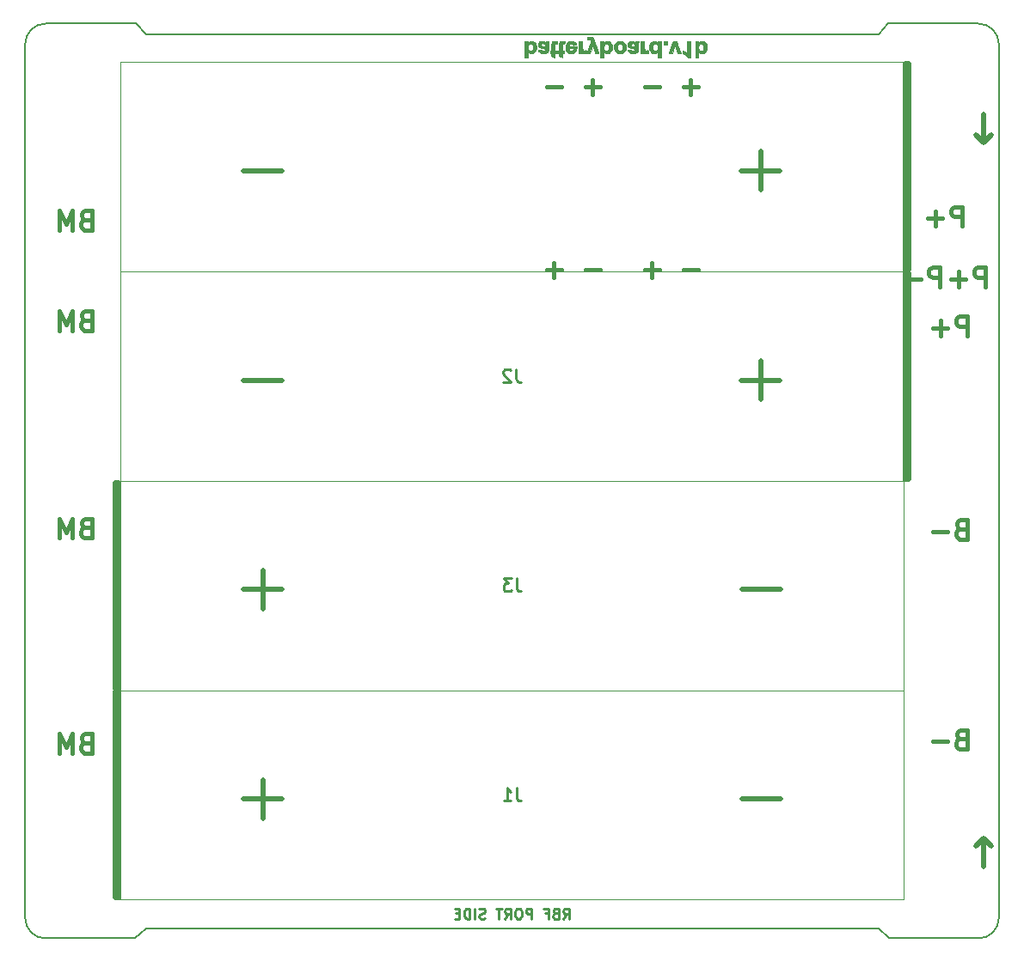
<source format=gbr>
%TF.GenerationSoftware,KiCad,Pcbnew,7.0.7*%
%TF.CreationDate,2023-10-10T18:21:33-04:00*%
%TF.ProjectId,batteryboard,62617474-6572-4796-926f-6172642e6b69,rev?*%
%TF.SameCoordinates,Original*%
%TF.FileFunction,Legend,Bot*%
%TF.FilePolarity,Positive*%
%FSLAX46Y46*%
G04 Gerber Fmt 4.6, Leading zero omitted, Abs format (unit mm)*
G04 Created by KiCad (PCBNEW 7.0.7) date 2023-10-10 18:21:33*
%MOMM*%
%LPD*%
G01*
G04 APERTURE LIST*
%ADD10C,0.500000*%
%ADD11C,0.381000*%
%ADD12C,0.254000*%
%ADD13C,0.100000*%
%ADD14C,0.010000*%
%TA.AperFunction,Profile*%
%ADD15C,0.150000*%
%TD*%
G04 APERTURE END LIST*
D10*
X148336000Y-64770000D02*
X147574000Y-65532000D01*
X146812000Y-64770000D02*
X147574000Y-65532000D01*
X147574000Y-136906000D02*
X147574000Y-134112000D01*
X146812000Y-134874000D02*
X147574000Y-134112000D01*
X148336000Y-134874000D02*
X147574000Y-134112000D01*
X147574000Y-62738000D02*
X147574000Y-65532000D01*
D11*
X59118499Y-103495620D02*
X58846356Y-103586334D01*
X58846356Y-103586334D02*
X58755642Y-103677048D01*
X58755642Y-103677048D02*
X58664928Y-103858477D01*
X58664928Y-103858477D02*
X58664928Y-104130620D01*
X58664928Y-104130620D02*
X58755642Y-104312048D01*
X58755642Y-104312048D02*
X58846356Y-104402763D01*
X58846356Y-104402763D02*
X59027785Y-104493477D01*
X59027785Y-104493477D02*
X59753499Y-104493477D01*
X59753499Y-104493477D02*
X59753499Y-102588477D01*
X59753499Y-102588477D02*
X59118499Y-102588477D01*
X59118499Y-102588477D02*
X58937071Y-102679191D01*
X58937071Y-102679191D02*
X58846356Y-102769905D01*
X58846356Y-102769905D02*
X58755642Y-102951334D01*
X58755642Y-102951334D02*
X58755642Y-103132763D01*
X58755642Y-103132763D02*
X58846356Y-103314191D01*
X58846356Y-103314191D02*
X58937071Y-103404905D01*
X58937071Y-103404905D02*
X59118499Y-103495620D01*
X59118499Y-103495620D02*
X59753499Y-103495620D01*
X57848499Y-104493477D02*
X57848499Y-102588477D01*
X57848499Y-102588477D02*
X57213499Y-103949191D01*
X57213499Y-103949191D02*
X56578499Y-102588477D01*
X56578499Y-102588477D02*
X56578499Y-104493477D01*
X59118499Y-83048620D02*
X58846356Y-83139334D01*
X58846356Y-83139334D02*
X58755642Y-83230048D01*
X58755642Y-83230048D02*
X58664928Y-83411477D01*
X58664928Y-83411477D02*
X58664928Y-83683620D01*
X58664928Y-83683620D02*
X58755642Y-83865048D01*
X58755642Y-83865048D02*
X58846356Y-83955763D01*
X58846356Y-83955763D02*
X59027785Y-84046477D01*
X59027785Y-84046477D02*
X59753499Y-84046477D01*
X59753499Y-84046477D02*
X59753499Y-82141477D01*
X59753499Y-82141477D02*
X59118499Y-82141477D01*
X59118499Y-82141477D02*
X58937071Y-82232191D01*
X58937071Y-82232191D02*
X58846356Y-82322905D01*
X58846356Y-82322905D02*
X58755642Y-82504334D01*
X58755642Y-82504334D02*
X58755642Y-82685763D01*
X58755642Y-82685763D02*
X58846356Y-82867191D01*
X58846356Y-82867191D02*
X58937071Y-82957905D01*
X58937071Y-82957905D02*
X59118499Y-83048620D01*
X59118499Y-83048620D02*
X59753499Y-83048620D01*
X57848499Y-84046477D02*
X57848499Y-82141477D01*
X57848499Y-82141477D02*
X57213499Y-83502191D01*
X57213499Y-83502191D02*
X56578499Y-82141477D01*
X56578499Y-82141477D02*
X56578499Y-84046477D01*
X59118499Y-73142620D02*
X58846356Y-73233334D01*
X58846356Y-73233334D02*
X58755642Y-73324048D01*
X58755642Y-73324048D02*
X58664928Y-73505477D01*
X58664928Y-73505477D02*
X58664928Y-73777620D01*
X58664928Y-73777620D02*
X58755642Y-73959048D01*
X58755642Y-73959048D02*
X58846356Y-74049763D01*
X58846356Y-74049763D02*
X59027785Y-74140477D01*
X59027785Y-74140477D02*
X59753499Y-74140477D01*
X59753499Y-74140477D02*
X59753499Y-72235477D01*
X59753499Y-72235477D02*
X59118499Y-72235477D01*
X59118499Y-72235477D02*
X58937071Y-72326191D01*
X58937071Y-72326191D02*
X58846356Y-72416905D01*
X58846356Y-72416905D02*
X58755642Y-72598334D01*
X58755642Y-72598334D02*
X58755642Y-72779763D01*
X58755642Y-72779763D02*
X58846356Y-72961191D01*
X58846356Y-72961191D02*
X58937071Y-73051905D01*
X58937071Y-73051905D02*
X59118499Y-73142620D01*
X59118499Y-73142620D02*
X59753499Y-73142620D01*
X57848499Y-74140477D02*
X57848499Y-72235477D01*
X57848499Y-72235477D02*
X57213499Y-73596191D01*
X57213499Y-73596191D02*
X56578499Y-72235477D01*
X56578499Y-72235477D02*
X56578499Y-74140477D01*
X59118499Y-124704620D02*
X58846356Y-124795334D01*
X58846356Y-124795334D02*
X58755642Y-124886048D01*
X58755642Y-124886048D02*
X58664928Y-125067477D01*
X58664928Y-125067477D02*
X58664928Y-125339620D01*
X58664928Y-125339620D02*
X58755642Y-125521048D01*
X58755642Y-125521048D02*
X58846356Y-125611763D01*
X58846356Y-125611763D02*
X59027785Y-125702477D01*
X59027785Y-125702477D02*
X59753499Y-125702477D01*
X59753499Y-125702477D02*
X59753499Y-123797477D01*
X59753499Y-123797477D02*
X59118499Y-123797477D01*
X59118499Y-123797477D02*
X58937071Y-123888191D01*
X58937071Y-123888191D02*
X58846356Y-123978905D01*
X58846356Y-123978905D02*
X58755642Y-124160334D01*
X58755642Y-124160334D02*
X58755642Y-124341763D01*
X58755642Y-124341763D02*
X58846356Y-124523191D01*
X58846356Y-124523191D02*
X58937071Y-124613905D01*
X58937071Y-124613905D02*
X59118499Y-124704620D01*
X59118499Y-124704620D02*
X59753499Y-124704620D01*
X57848499Y-125702477D02*
X57848499Y-123797477D01*
X57848499Y-123797477D02*
X57213499Y-125158191D01*
X57213499Y-125158191D02*
X56578499Y-123797477D01*
X56578499Y-123797477D02*
X56578499Y-125702477D01*
X145315213Y-124323620D02*
X145043070Y-124414334D01*
X145043070Y-124414334D02*
X144952356Y-124505048D01*
X144952356Y-124505048D02*
X144861642Y-124686477D01*
X144861642Y-124686477D02*
X144861642Y-124958620D01*
X144861642Y-124958620D02*
X144952356Y-125140048D01*
X144952356Y-125140048D02*
X145043070Y-125230763D01*
X145043070Y-125230763D02*
X145224499Y-125321477D01*
X145224499Y-125321477D02*
X145950213Y-125321477D01*
X145950213Y-125321477D02*
X145950213Y-123416477D01*
X145950213Y-123416477D02*
X145315213Y-123416477D01*
X145315213Y-123416477D02*
X145133785Y-123507191D01*
X145133785Y-123507191D02*
X145043070Y-123597905D01*
X145043070Y-123597905D02*
X144952356Y-123779334D01*
X144952356Y-123779334D02*
X144952356Y-123960763D01*
X144952356Y-123960763D02*
X145043070Y-124142191D01*
X145043070Y-124142191D02*
X145133785Y-124232905D01*
X145133785Y-124232905D02*
X145315213Y-124323620D01*
X145315213Y-124323620D02*
X145950213Y-124323620D01*
X144045213Y-124595763D02*
X142593785Y-124595763D01*
X145315213Y-103622620D02*
X145043070Y-103713334D01*
X145043070Y-103713334D02*
X144952356Y-103804048D01*
X144952356Y-103804048D02*
X144861642Y-103985477D01*
X144861642Y-103985477D02*
X144861642Y-104257620D01*
X144861642Y-104257620D02*
X144952356Y-104439048D01*
X144952356Y-104439048D02*
X145043070Y-104529763D01*
X145043070Y-104529763D02*
X145224499Y-104620477D01*
X145224499Y-104620477D02*
X145950213Y-104620477D01*
X145950213Y-104620477D02*
X145950213Y-102715477D01*
X145950213Y-102715477D02*
X145315213Y-102715477D01*
X145315213Y-102715477D02*
X145133785Y-102806191D01*
X145133785Y-102806191D02*
X145043070Y-102896905D01*
X145043070Y-102896905D02*
X144952356Y-103078334D01*
X144952356Y-103078334D02*
X144952356Y-103259763D01*
X144952356Y-103259763D02*
X145043070Y-103441191D01*
X145043070Y-103441191D02*
X145133785Y-103531905D01*
X145133785Y-103531905D02*
X145315213Y-103622620D01*
X145315213Y-103622620D02*
X145950213Y-103622620D01*
X144045213Y-103894763D02*
X142593785Y-103894763D01*
X145950213Y-84554477D02*
X145950213Y-82649477D01*
X145950213Y-82649477D02*
X145224499Y-82649477D01*
X145224499Y-82649477D02*
X145043070Y-82740191D01*
X145043070Y-82740191D02*
X144952356Y-82830905D01*
X144952356Y-82830905D02*
X144861642Y-83012334D01*
X144861642Y-83012334D02*
X144861642Y-83284477D01*
X144861642Y-83284477D02*
X144952356Y-83465905D01*
X144952356Y-83465905D02*
X145043070Y-83556620D01*
X145043070Y-83556620D02*
X145224499Y-83647334D01*
X145224499Y-83647334D02*
X145950213Y-83647334D01*
X144045213Y-83828763D02*
X142593785Y-83828763D01*
X143319499Y-84554477D02*
X143319499Y-83103048D01*
X147728213Y-79728477D02*
X147728213Y-77823477D01*
X147728213Y-77823477D02*
X147002499Y-77823477D01*
X147002499Y-77823477D02*
X146821070Y-77914191D01*
X146821070Y-77914191D02*
X146730356Y-78004905D01*
X146730356Y-78004905D02*
X146639642Y-78186334D01*
X146639642Y-78186334D02*
X146639642Y-78458477D01*
X146639642Y-78458477D02*
X146730356Y-78639905D01*
X146730356Y-78639905D02*
X146821070Y-78730620D01*
X146821070Y-78730620D02*
X147002499Y-78821334D01*
X147002499Y-78821334D02*
X147728213Y-78821334D01*
X145823213Y-79002763D02*
X144371785Y-79002763D01*
X145097499Y-79728477D02*
X145097499Y-78277048D01*
X143283213Y-79728477D02*
X143283213Y-77823477D01*
X143283213Y-77823477D02*
X142557499Y-77823477D01*
X142557499Y-77823477D02*
X142376070Y-77914191D01*
X142376070Y-77914191D02*
X142285356Y-78004905D01*
X142285356Y-78004905D02*
X142194642Y-78186334D01*
X142194642Y-78186334D02*
X142194642Y-78458477D01*
X142194642Y-78458477D02*
X142285356Y-78639905D01*
X142285356Y-78639905D02*
X142376070Y-78730620D01*
X142376070Y-78730620D02*
X142557499Y-78821334D01*
X142557499Y-78821334D02*
X143283213Y-78821334D01*
X141378213Y-79002763D02*
X139926785Y-79002763D01*
X145442213Y-73759477D02*
X145442213Y-71854477D01*
X145442213Y-71854477D02*
X144716499Y-71854477D01*
X144716499Y-71854477D02*
X144535070Y-71945191D01*
X144535070Y-71945191D02*
X144444356Y-72035905D01*
X144444356Y-72035905D02*
X144353642Y-72217334D01*
X144353642Y-72217334D02*
X144353642Y-72489477D01*
X144353642Y-72489477D02*
X144444356Y-72670905D01*
X144444356Y-72670905D02*
X144535070Y-72761620D01*
X144535070Y-72761620D02*
X144716499Y-72852334D01*
X144716499Y-72852334D02*
X145442213Y-72852334D01*
X143537213Y-73033763D02*
X142085785Y-73033763D01*
X142811499Y-73759477D02*
X142811499Y-72308048D01*
X104557286Y-60062237D02*
X106008715Y-60062237D01*
X108367286Y-60062237D02*
X109818715Y-60062237D01*
X109093000Y-59336522D02*
X109093000Y-60787951D01*
X114209286Y-60062237D02*
X115660715Y-60062237D01*
X118019286Y-60062237D02*
X119470715Y-60062237D01*
X118745000Y-59336522D02*
X118745000Y-60787951D01*
X119470713Y-78113763D02*
X118019285Y-78113763D01*
X115660713Y-78113763D02*
X114209285Y-78113763D01*
X114934999Y-78839477D02*
X114934999Y-77388048D01*
X109818713Y-78113763D02*
X108367285Y-78113763D01*
X106008713Y-78113763D02*
X104557285Y-78113763D01*
X105282999Y-78839477D02*
X105282999Y-77388048D01*
D12*
X106174418Y-142061812D02*
X106513085Y-141578003D01*
X106754990Y-142061812D02*
X106754990Y-141045812D01*
X106754990Y-141045812D02*
X106367942Y-141045812D01*
X106367942Y-141045812D02*
X106271180Y-141094193D01*
X106271180Y-141094193D02*
X106222799Y-141142574D01*
X106222799Y-141142574D02*
X106174418Y-141239336D01*
X106174418Y-141239336D02*
X106174418Y-141384479D01*
X106174418Y-141384479D02*
X106222799Y-141481241D01*
X106222799Y-141481241D02*
X106271180Y-141529622D01*
X106271180Y-141529622D02*
X106367942Y-141578003D01*
X106367942Y-141578003D02*
X106754990Y-141578003D01*
X105400323Y-141529622D02*
X105255180Y-141578003D01*
X105255180Y-141578003D02*
X105206799Y-141626384D01*
X105206799Y-141626384D02*
X105158418Y-141723146D01*
X105158418Y-141723146D02*
X105158418Y-141868289D01*
X105158418Y-141868289D02*
X105206799Y-141965051D01*
X105206799Y-141965051D02*
X105255180Y-142013432D01*
X105255180Y-142013432D02*
X105351942Y-142061812D01*
X105351942Y-142061812D02*
X105738990Y-142061812D01*
X105738990Y-142061812D02*
X105738990Y-141045812D01*
X105738990Y-141045812D02*
X105400323Y-141045812D01*
X105400323Y-141045812D02*
X105303561Y-141094193D01*
X105303561Y-141094193D02*
X105255180Y-141142574D01*
X105255180Y-141142574D02*
X105206799Y-141239336D01*
X105206799Y-141239336D02*
X105206799Y-141336098D01*
X105206799Y-141336098D02*
X105255180Y-141432860D01*
X105255180Y-141432860D02*
X105303561Y-141481241D01*
X105303561Y-141481241D02*
X105400323Y-141529622D01*
X105400323Y-141529622D02*
X105738990Y-141529622D01*
X104384323Y-141529622D02*
X104722990Y-141529622D01*
X104722990Y-142061812D02*
X104722990Y-141045812D01*
X104722990Y-141045812D02*
X104239180Y-141045812D01*
X103078038Y-142061812D02*
X103078038Y-141045812D01*
X103078038Y-141045812D02*
X102690990Y-141045812D01*
X102690990Y-141045812D02*
X102594228Y-141094193D01*
X102594228Y-141094193D02*
X102545847Y-141142574D01*
X102545847Y-141142574D02*
X102497466Y-141239336D01*
X102497466Y-141239336D02*
X102497466Y-141384479D01*
X102497466Y-141384479D02*
X102545847Y-141481241D01*
X102545847Y-141481241D02*
X102594228Y-141529622D01*
X102594228Y-141529622D02*
X102690990Y-141578003D01*
X102690990Y-141578003D02*
X103078038Y-141578003D01*
X101868514Y-141045812D02*
X101674990Y-141045812D01*
X101674990Y-141045812D02*
X101578228Y-141094193D01*
X101578228Y-141094193D02*
X101481466Y-141190955D01*
X101481466Y-141190955D02*
X101433085Y-141384479D01*
X101433085Y-141384479D02*
X101433085Y-141723146D01*
X101433085Y-141723146D02*
X101481466Y-141916670D01*
X101481466Y-141916670D02*
X101578228Y-142013432D01*
X101578228Y-142013432D02*
X101674990Y-142061812D01*
X101674990Y-142061812D02*
X101868514Y-142061812D01*
X101868514Y-142061812D02*
X101965276Y-142013432D01*
X101965276Y-142013432D02*
X102062038Y-141916670D01*
X102062038Y-141916670D02*
X102110419Y-141723146D01*
X102110419Y-141723146D02*
X102110419Y-141384479D01*
X102110419Y-141384479D02*
X102062038Y-141190955D01*
X102062038Y-141190955D02*
X101965276Y-141094193D01*
X101965276Y-141094193D02*
X101868514Y-141045812D01*
X100417085Y-142061812D02*
X100755752Y-141578003D01*
X100997657Y-142061812D02*
X100997657Y-141045812D01*
X100997657Y-141045812D02*
X100610609Y-141045812D01*
X100610609Y-141045812D02*
X100513847Y-141094193D01*
X100513847Y-141094193D02*
X100465466Y-141142574D01*
X100465466Y-141142574D02*
X100417085Y-141239336D01*
X100417085Y-141239336D02*
X100417085Y-141384479D01*
X100417085Y-141384479D02*
X100465466Y-141481241D01*
X100465466Y-141481241D02*
X100513847Y-141529622D01*
X100513847Y-141529622D02*
X100610609Y-141578003D01*
X100610609Y-141578003D02*
X100997657Y-141578003D01*
X100126800Y-141045812D02*
X99546228Y-141045812D01*
X99836514Y-142061812D02*
X99836514Y-141045812D01*
X98481848Y-142013432D02*
X98336705Y-142061812D01*
X98336705Y-142061812D02*
X98094800Y-142061812D01*
X98094800Y-142061812D02*
X97998038Y-142013432D01*
X97998038Y-142013432D02*
X97949657Y-141965051D01*
X97949657Y-141965051D02*
X97901276Y-141868289D01*
X97901276Y-141868289D02*
X97901276Y-141771527D01*
X97901276Y-141771527D02*
X97949657Y-141674765D01*
X97949657Y-141674765D02*
X97998038Y-141626384D01*
X97998038Y-141626384D02*
X98094800Y-141578003D01*
X98094800Y-141578003D02*
X98288324Y-141529622D01*
X98288324Y-141529622D02*
X98385086Y-141481241D01*
X98385086Y-141481241D02*
X98433467Y-141432860D01*
X98433467Y-141432860D02*
X98481848Y-141336098D01*
X98481848Y-141336098D02*
X98481848Y-141239336D01*
X98481848Y-141239336D02*
X98433467Y-141142574D01*
X98433467Y-141142574D02*
X98385086Y-141094193D01*
X98385086Y-141094193D02*
X98288324Y-141045812D01*
X98288324Y-141045812D02*
X98046419Y-141045812D01*
X98046419Y-141045812D02*
X97901276Y-141094193D01*
X97465848Y-142061812D02*
X97465848Y-141045812D01*
X96982038Y-142061812D02*
X96982038Y-141045812D01*
X96982038Y-141045812D02*
X96740133Y-141045812D01*
X96740133Y-141045812D02*
X96594990Y-141094193D01*
X96594990Y-141094193D02*
X96498228Y-141190955D01*
X96498228Y-141190955D02*
X96449847Y-141287717D01*
X96449847Y-141287717D02*
X96401466Y-141481241D01*
X96401466Y-141481241D02*
X96401466Y-141626384D01*
X96401466Y-141626384D02*
X96449847Y-141819908D01*
X96449847Y-141819908D02*
X96498228Y-141916670D01*
X96498228Y-141916670D02*
X96594990Y-142013432D01*
X96594990Y-142013432D02*
X96740133Y-142061812D01*
X96740133Y-142061812D02*
X96982038Y-142061812D01*
X95966038Y-141529622D02*
X95627371Y-141529622D01*
X95482228Y-142061812D02*
X95966038Y-142061812D01*
X95966038Y-142061812D02*
X95966038Y-141045812D01*
X95966038Y-141045812D02*
X95482228Y-141045812D01*
X101540732Y-87874118D02*
X101540732Y-88781261D01*
X101540732Y-88781261D02*
X101601209Y-88962689D01*
X101601209Y-88962689D02*
X101722161Y-89083642D01*
X101722161Y-89083642D02*
X101903590Y-89144118D01*
X101903590Y-89144118D02*
X102024542Y-89144118D01*
X100996447Y-87995070D02*
X100935971Y-87934594D01*
X100935971Y-87934594D02*
X100815018Y-87874118D01*
X100815018Y-87874118D02*
X100512637Y-87874118D01*
X100512637Y-87874118D02*
X100391685Y-87934594D01*
X100391685Y-87934594D02*
X100331209Y-87995070D01*
X100331209Y-87995070D02*
X100270732Y-88116022D01*
X100270732Y-88116022D02*
X100270732Y-88236975D01*
X100270732Y-88236975D02*
X100331209Y-88418403D01*
X100331209Y-88418403D02*
X101056923Y-89144118D01*
X101056923Y-89144118D02*
X100270732Y-89144118D01*
D10*
X127547161Y-88952133D02*
X123737638Y-88952133D01*
X125642399Y-90856895D02*
X125642399Y-87047371D01*
X78497161Y-88952133D02*
X74687638Y-88952133D01*
D12*
X101566132Y-129149118D02*
X101566132Y-130056261D01*
X101566132Y-130056261D02*
X101626609Y-130237689D01*
X101626609Y-130237689D02*
X101747561Y-130358642D01*
X101747561Y-130358642D02*
X101928990Y-130419118D01*
X101928990Y-130419118D02*
X102049942Y-130419118D01*
X100296132Y-130419118D02*
X101021847Y-130419118D01*
X100658990Y-130419118D02*
X100658990Y-129149118D01*
X100658990Y-129149118D02*
X100779942Y-129330546D01*
X100779942Y-129330546D02*
X100900894Y-129451499D01*
X100900894Y-129451499D02*
X101021847Y-129511975D01*
D10*
X78522561Y-130227133D02*
X74713038Y-130227133D01*
X76617799Y-132131895D02*
X76617799Y-128322371D01*
X127572561Y-130227133D02*
X123763038Y-130227133D01*
D12*
X101566132Y-108498918D02*
X101566132Y-109406061D01*
X101566132Y-109406061D02*
X101626609Y-109587489D01*
X101626609Y-109587489D02*
X101747561Y-109708442D01*
X101747561Y-109708442D02*
X101928990Y-109768918D01*
X101928990Y-109768918D02*
X102049942Y-109768918D01*
X101082323Y-108498918D02*
X100296132Y-108498918D01*
X100296132Y-108498918D02*
X100719466Y-108982727D01*
X100719466Y-108982727D02*
X100538037Y-108982727D01*
X100538037Y-108982727D02*
X100417085Y-109043203D01*
X100417085Y-109043203D02*
X100356609Y-109103680D01*
X100356609Y-109103680D02*
X100296132Y-109224632D01*
X100296132Y-109224632D02*
X100296132Y-109527013D01*
X100296132Y-109527013D02*
X100356609Y-109647965D01*
X100356609Y-109647965D02*
X100417085Y-109708442D01*
X100417085Y-109708442D02*
X100538037Y-109768918D01*
X100538037Y-109768918D02*
X100900894Y-109768918D01*
X100900894Y-109768918D02*
X101021847Y-109708442D01*
X101021847Y-109708442D02*
X101082323Y-109647965D01*
D10*
X127572561Y-109576933D02*
X123763038Y-109576933D01*
X78522561Y-109576933D02*
X74713038Y-109576933D01*
X76617799Y-111481695D02*
X76617799Y-107672171D01*
X127547161Y-68301933D02*
X123737638Y-68301933D01*
X125642399Y-70206695D02*
X125642399Y-66397171D01*
X78497161Y-68301933D02*
X74687638Y-68301933D01*
D13*
X62592400Y-78244800D02*
X62592400Y-98894800D01*
X62592400Y-98894800D02*
X140233400Y-98894800D01*
X139642400Y-98894800D02*
X139642400Y-78244800D01*
X139852400Y-78244800D02*
X62592400Y-78244800D01*
D10*
X139852400Y-78409800D02*
X140233400Y-78409800D01*
X139852400Y-98729800D02*
X139852400Y-78409800D01*
X139852400Y-98729800D02*
X140233400Y-98729800D01*
X139979400Y-98729800D02*
X139979400Y-78409800D01*
X140106400Y-98729800D02*
X140106400Y-78409800D01*
X140233400Y-98729800D02*
X140233400Y-78409800D01*
D13*
X139667800Y-140169800D02*
X139667800Y-119519800D01*
X139667800Y-119519800D02*
X62026800Y-119519800D01*
X62617800Y-119519800D02*
X62617800Y-140169800D01*
X62407800Y-140169800D02*
X139667800Y-140169800D01*
D10*
X62407800Y-140004800D02*
X62026800Y-140004800D01*
X62407800Y-119684800D02*
X62407800Y-140004800D01*
X62407800Y-119684800D02*
X62026800Y-119684800D01*
X62280800Y-119684800D02*
X62280800Y-140004800D01*
X62153800Y-119684800D02*
X62153800Y-140004800D01*
X62026800Y-119684800D02*
X62026800Y-140004800D01*
D13*
X139667800Y-119519600D02*
X139667800Y-98869600D01*
X139667800Y-98869600D02*
X62026800Y-98869600D01*
X62617800Y-98869600D02*
X62617800Y-119519600D01*
X62407800Y-119519600D02*
X139667800Y-119519600D01*
D10*
X62407800Y-119354600D02*
X62026800Y-119354600D01*
X62407800Y-99034600D02*
X62407800Y-119354600D01*
X62407800Y-99034600D02*
X62026800Y-99034600D01*
X62280800Y-99034600D02*
X62280800Y-119354600D01*
X62153800Y-99034600D02*
X62153800Y-119354600D01*
X62026800Y-99034600D02*
X62026800Y-119354600D01*
D14*
X116401850Y-55869416D02*
X116084350Y-55869416D01*
X116084350Y-55551916D01*
X116401850Y-55551916D01*
X116401850Y-55869416D01*
G36*
X116401850Y-55869416D02*
G01*
X116084350Y-55869416D01*
X116084350Y-55551916D01*
X116401850Y-55551916D01*
X116401850Y-55869416D01*
G37*
X118687850Y-57171166D02*
X118427676Y-57171166D01*
X118398456Y-57111589D01*
X118397473Y-57109615D01*
X118374329Y-57071208D01*
X118342633Y-57027935D01*
X118308939Y-56988790D01*
X118292815Y-56972691D01*
X118242961Y-56929054D01*
X118184851Y-56884597D01*
X118124232Y-56843325D01*
X118066851Y-56809242D01*
X118018454Y-56786353D01*
X117968183Y-56767249D01*
X117968183Y-56480955D01*
X117997287Y-56487591D01*
X118015354Y-56492977D01*
X118057424Y-56510050D01*
X118108838Y-56534586D01*
X118164411Y-56563809D01*
X118218954Y-56594945D01*
X118267281Y-56625215D01*
X118304204Y-56651846D01*
X118370350Y-56705414D01*
X118370350Y-55551916D01*
X118687850Y-55551916D01*
X118687850Y-57171166D01*
G36*
X118687850Y-57171166D02*
G01*
X118427676Y-57171166D01*
X118398456Y-57111589D01*
X118397473Y-57109615D01*
X118374329Y-57071208D01*
X118342633Y-57027935D01*
X118308939Y-56988790D01*
X118292815Y-56972691D01*
X118242961Y-56929054D01*
X118184851Y-56884597D01*
X118124232Y-56843325D01*
X118066851Y-56809242D01*
X118018454Y-56786353D01*
X117968183Y-56767249D01*
X117968183Y-56480955D01*
X117997287Y-56487591D01*
X118015354Y-56492977D01*
X118057424Y-56510050D01*
X118108838Y-56534586D01*
X118164411Y-56563809D01*
X118218954Y-56594945D01*
X118267281Y-56625215D01*
X118304204Y-56651846D01*
X118370350Y-56705414D01*
X118370350Y-55551916D01*
X118687850Y-55551916D01*
X118687850Y-57171166D01*
G37*
X117174290Y-55552185D02*
X117317308Y-55552453D01*
X117541734Y-56121039D01*
X117574803Y-56204829D01*
X117614312Y-56304972D01*
X117651040Y-56398098D01*
X117684273Y-56482398D01*
X117713298Y-56556062D01*
X117737402Y-56617278D01*
X117755872Y-56664238D01*
X117767993Y-56695130D01*
X117773054Y-56708146D01*
X117773812Y-56710427D01*
X117773646Y-56716832D01*
X117766956Y-56721295D01*
X117750816Y-56724165D01*
X117722295Y-56725785D01*
X117678467Y-56726504D01*
X117616401Y-56726666D01*
X117452854Y-56726666D01*
X117343916Y-56433456D01*
X117341238Y-56426247D01*
X117311696Y-56346359D01*
X117283049Y-56268309D01*
X117256603Y-56195694D01*
X117233661Y-56132111D01*
X117215529Y-56081156D01*
X117203513Y-56046428D01*
X117172048Y-55952609D01*
X117122194Y-56098867D01*
X117116774Y-56114668D01*
X117095937Y-56174294D01*
X117070238Y-56246609D01*
X117041608Y-56326234D01*
X117011978Y-56407789D01*
X116983278Y-56485896D01*
X116894216Y-56726666D01*
X116726526Y-56726666D01*
X116689834Y-56726440D01*
X116638301Y-56725246D01*
X116597577Y-56723201D01*
X116571114Y-56720501D01*
X116562364Y-56717343D01*
X116566066Y-56708055D01*
X116577066Y-56680632D01*
X116594635Y-56636898D01*
X116618069Y-56578604D01*
X116646664Y-56507499D01*
X116679716Y-56425333D01*
X116716523Y-56333855D01*
X116756379Y-56234817D01*
X116798582Y-56129968D01*
X117031272Y-55551916D01*
X117174290Y-55552185D01*
G36*
X117174290Y-55552185D02*
G01*
X117317308Y-55552453D01*
X117541734Y-56121039D01*
X117574803Y-56204829D01*
X117614312Y-56304972D01*
X117651040Y-56398098D01*
X117684273Y-56482398D01*
X117713298Y-56556062D01*
X117737402Y-56617278D01*
X117755872Y-56664238D01*
X117767993Y-56695130D01*
X117773054Y-56708146D01*
X117773812Y-56710427D01*
X117773646Y-56716832D01*
X117766956Y-56721295D01*
X117750816Y-56724165D01*
X117722295Y-56725785D01*
X117678467Y-56726504D01*
X117616401Y-56726666D01*
X117452854Y-56726666D01*
X117343916Y-56433456D01*
X117341238Y-56426247D01*
X117311696Y-56346359D01*
X117283049Y-56268309D01*
X117256603Y-56195694D01*
X117233661Y-56132111D01*
X117215529Y-56081156D01*
X117203513Y-56046428D01*
X117172048Y-55952609D01*
X117122194Y-56098867D01*
X117116774Y-56114668D01*
X117095937Y-56174294D01*
X117070238Y-56246609D01*
X117041608Y-56326234D01*
X117011978Y-56407789D01*
X116983278Y-56485896D01*
X116894216Y-56726666D01*
X116726526Y-56726666D01*
X116689834Y-56726440D01*
X116638301Y-56725246D01*
X116597577Y-56723201D01*
X116571114Y-56720501D01*
X116562364Y-56717343D01*
X116566066Y-56708055D01*
X116577066Y-56680632D01*
X116594635Y-56636898D01*
X116618069Y-56578604D01*
X116646664Y-56507499D01*
X116679716Y-56425333D01*
X116716523Y-56333855D01*
X116756379Y-56234817D01*
X116798582Y-56129968D01*
X117031272Y-55551916D01*
X117174290Y-55552185D01*
G37*
X113996564Y-55554278D02*
X114152892Y-55557208D01*
X114158983Y-55917041D01*
X114160676Y-56010754D01*
X114162670Y-56097479D01*
X114165055Y-56167607D01*
X114168125Y-56223549D01*
X114172173Y-56267714D01*
X114177493Y-56302514D01*
X114184379Y-56330359D01*
X114193125Y-56353660D01*
X114204024Y-56374826D01*
X114217369Y-56396269D01*
X114239531Y-56421762D01*
X114283635Y-56448536D01*
X114336801Y-56461025D01*
X114394382Y-56458368D01*
X114451727Y-56439705D01*
X114467611Y-56432349D01*
X114490850Y-56423118D01*
X114501543Y-56421184D01*
X114502940Y-56423496D01*
X114510606Y-56441837D01*
X114522506Y-56473890D01*
X114537020Y-56514894D01*
X114552529Y-56560085D01*
X114567411Y-56604699D01*
X114580047Y-56643972D01*
X114588817Y-56673141D01*
X114592100Y-56687443D01*
X114584743Y-56701171D01*
X114559562Y-56716348D01*
X114519977Y-56729469D01*
X114469636Y-56739369D01*
X114412183Y-56744886D01*
X114402681Y-56745334D01*
X114358510Y-56746343D01*
X114327131Y-56743936D01*
X114301506Y-56737083D01*
X114274600Y-56724756D01*
X114253781Y-56711780D01*
X114215375Y-56679474D01*
X114179350Y-56640016D01*
X114131725Y-56579824D01*
X114128609Y-56653541D01*
X114125494Y-56727258D01*
X113980443Y-56724316D01*
X113835392Y-56721375D01*
X113832641Y-56149875D01*
X113832395Y-56093368D01*
X113832076Y-55988037D01*
X113831960Y-55889946D01*
X113832039Y-55801085D01*
X113832304Y-55723444D01*
X113832748Y-55659012D01*
X113833361Y-55609778D01*
X113834136Y-55577731D01*
X113835064Y-55564861D01*
X113840056Y-55560372D01*
X113856360Y-55556408D01*
X113886190Y-55554181D01*
X113932079Y-55553527D01*
X113996564Y-55554278D01*
G36*
X113996564Y-55554278D02*
G01*
X114152892Y-55557208D01*
X114158983Y-55917041D01*
X114160676Y-56010754D01*
X114162670Y-56097479D01*
X114165055Y-56167607D01*
X114168125Y-56223549D01*
X114172173Y-56267714D01*
X114177493Y-56302514D01*
X114184379Y-56330359D01*
X114193125Y-56353660D01*
X114204024Y-56374826D01*
X114217369Y-56396269D01*
X114239531Y-56421762D01*
X114283635Y-56448536D01*
X114336801Y-56461025D01*
X114394382Y-56458368D01*
X114451727Y-56439705D01*
X114467611Y-56432349D01*
X114490850Y-56423118D01*
X114501543Y-56421184D01*
X114502940Y-56423496D01*
X114510606Y-56441837D01*
X114522506Y-56473890D01*
X114537020Y-56514894D01*
X114552529Y-56560085D01*
X114567411Y-56604699D01*
X114580047Y-56643972D01*
X114588817Y-56673141D01*
X114592100Y-56687443D01*
X114584743Y-56701171D01*
X114559562Y-56716348D01*
X114519977Y-56729469D01*
X114469636Y-56739369D01*
X114412183Y-56744886D01*
X114402681Y-56745334D01*
X114358510Y-56746343D01*
X114327131Y-56743936D01*
X114301506Y-56737083D01*
X114274600Y-56724756D01*
X114253781Y-56711780D01*
X114215375Y-56679474D01*
X114179350Y-56640016D01*
X114131725Y-56579824D01*
X114128609Y-56653541D01*
X114125494Y-56727258D01*
X113980443Y-56724316D01*
X113835392Y-56721375D01*
X113832641Y-56149875D01*
X113832395Y-56093368D01*
X113832076Y-55988037D01*
X113831960Y-55889946D01*
X113832039Y-55801085D01*
X113832304Y-55723444D01*
X113832748Y-55659012D01*
X113833361Y-55609778D01*
X113834136Y-55577731D01*
X113835064Y-55564861D01*
X113840056Y-55560372D01*
X113856360Y-55556408D01*
X113886190Y-55554181D01*
X113932079Y-55553527D01*
X113996564Y-55554278D01*
G37*
X105368725Y-55534478D02*
X105399641Y-55536058D01*
X105452938Y-55540770D01*
X105497646Y-55547197D01*
X105527475Y-55554544D01*
X105569808Y-55570278D01*
X105568826Y-55632535D01*
X105568128Y-55655011D01*
X105564826Y-55707978D01*
X105559994Y-55756708D01*
X105559399Y-55761386D01*
X105554620Y-55793734D01*
X105549048Y-55809958D01*
X105539786Y-55814484D01*
X105523935Y-55811733D01*
X105513548Y-55809497D01*
X105480285Y-55803898D01*
X105442791Y-55798995D01*
X105435350Y-55798211D01*
X105404450Y-55797024D01*
X105384879Y-55802496D01*
X105368708Y-55816502D01*
X105363105Y-55823517D01*
X105358197Y-55833084D01*
X105354368Y-55846995D01*
X105351447Y-55867653D01*
X105349264Y-55897461D01*
X105347645Y-55938823D01*
X105346421Y-55994141D01*
X105345418Y-56065820D01*
X105344467Y-56156261D01*
X105341376Y-56472667D01*
X105447655Y-56472666D01*
X105553933Y-56472666D01*
X105553933Y-56726666D01*
X105342714Y-56726666D01*
X105339844Y-56932389D01*
X105336975Y-57138111D01*
X105180871Y-57047267D01*
X105024767Y-56956424D01*
X105024767Y-56726666D01*
X104887183Y-56726666D01*
X104887183Y-56472666D01*
X105022895Y-56472666D01*
X105027294Y-56104896D01*
X105027935Y-56053318D01*
X105029449Y-55954881D01*
X105031398Y-55874342D01*
X105034124Y-55809457D01*
X105037972Y-55757982D01*
X105043285Y-55717673D01*
X105050407Y-55686288D01*
X105059681Y-55661582D01*
X105071452Y-55641313D01*
X105086063Y-55623236D01*
X105103858Y-55605108D01*
X105118618Y-55592687D01*
X105156256Y-55568612D01*
X105196033Y-55550229D01*
X105204523Y-55547302D01*
X105235228Y-55538991D01*
X105268784Y-55534453D01*
X105311259Y-55533133D01*
X105368725Y-55534478D01*
G36*
X105368725Y-55534478D02*
G01*
X105399641Y-55536058D01*
X105452938Y-55540770D01*
X105497646Y-55547197D01*
X105527475Y-55554544D01*
X105569808Y-55570278D01*
X105568826Y-55632535D01*
X105568128Y-55655011D01*
X105564826Y-55707978D01*
X105559994Y-55756708D01*
X105559399Y-55761386D01*
X105554620Y-55793734D01*
X105549048Y-55809958D01*
X105539786Y-55814484D01*
X105523935Y-55811733D01*
X105513548Y-55809497D01*
X105480285Y-55803898D01*
X105442791Y-55798995D01*
X105435350Y-55798211D01*
X105404450Y-55797024D01*
X105384879Y-55802496D01*
X105368708Y-55816502D01*
X105363105Y-55823517D01*
X105358197Y-55833084D01*
X105354368Y-55846995D01*
X105351447Y-55867653D01*
X105349264Y-55897461D01*
X105347645Y-55938823D01*
X105346421Y-55994141D01*
X105345418Y-56065820D01*
X105344467Y-56156261D01*
X105341376Y-56472667D01*
X105447655Y-56472666D01*
X105553933Y-56472666D01*
X105553933Y-56726666D01*
X105342714Y-56726666D01*
X105339844Y-56932389D01*
X105336975Y-57138111D01*
X105180871Y-57047267D01*
X105024767Y-56956424D01*
X105024767Y-56726666D01*
X104887183Y-56726666D01*
X104887183Y-56472666D01*
X105022895Y-56472666D01*
X105027294Y-56104896D01*
X105027935Y-56053318D01*
X105029449Y-55954881D01*
X105031398Y-55874342D01*
X105034124Y-55809457D01*
X105037972Y-55757982D01*
X105043285Y-55717673D01*
X105050407Y-55686288D01*
X105059681Y-55661582D01*
X105071452Y-55641313D01*
X105086063Y-55623236D01*
X105103858Y-55605108D01*
X105118618Y-55592687D01*
X105156256Y-55568612D01*
X105196033Y-55550229D01*
X105204523Y-55547302D01*
X105235228Y-55538991D01*
X105268784Y-55534453D01*
X105311259Y-55533133D01*
X105368725Y-55534478D01*
G37*
X106109066Y-55533732D02*
X106172082Y-55537940D01*
X106230739Y-55545752D01*
X106279488Y-55556817D01*
X106312775Y-55570783D01*
X106314388Y-55572108D01*
X106318913Y-55582919D01*
X106320117Y-55604846D01*
X106317995Y-55641153D01*
X106312540Y-55695100D01*
X106309935Y-55719538D01*
X106305191Y-55762978D01*
X106299367Y-55790164D01*
X106288844Y-55804254D01*
X106270007Y-55808406D01*
X106239239Y-55805776D01*
X106192921Y-55799524D01*
X106183627Y-55798403D01*
X106152870Y-55796796D01*
X106133034Y-55801843D01*
X106116192Y-55815158D01*
X106114509Y-55816862D01*
X106108448Y-55824039D01*
X106103693Y-55833234D01*
X106100087Y-55846841D01*
X106097470Y-55867253D01*
X106095684Y-55896863D01*
X106094571Y-55938067D01*
X106093972Y-55993256D01*
X106093729Y-56064825D01*
X106093683Y-56155166D01*
X106093683Y-56472666D01*
X106306022Y-56472666D01*
X106303040Y-56597021D01*
X106300058Y-56721375D01*
X106196871Y-56724404D01*
X106093683Y-56727433D01*
X106093683Y-56933425D01*
X106093679Y-56941745D01*
X106093387Y-57004342D01*
X106092684Y-57058620D01*
X106091646Y-57101366D01*
X106090347Y-57129369D01*
X106088863Y-57139417D01*
X106083162Y-57136761D01*
X106061736Y-57125056D01*
X106027445Y-57105639D01*
X105983411Y-57080283D01*
X105932759Y-57050762D01*
X105781475Y-56962108D01*
X105778482Y-56844387D01*
X105775490Y-56726666D01*
X105628017Y-56726666D01*
X105628017Y-56472666D01*
X105701489Y-56472666D01*
X105774962Y-56472667D01*
X105778218Y-56094312D01*
X105778960Y-56011860D01*
X105779883Y-55927375D01*
X105780944Y-55859854D01*
X105782284Y-55806975D01*
X105784042Y-55766418D01*
X105786360Y-55735859D01*
X105789377Y-55712979D01*
X105793235Y-55695454D01*
X105798072Y-55680963D01*
X105804030Y-55667185D01*
X105830182Y-55624798D01*
X105879180Y-55580281D01*
X105945517Y-55547555D01*
X105949389Y-55546242D01*
X105992168Y-55537532D01*
X106047244Y-55533479D01*
X106109066Y-55533732D01*
G36*
X106109066Y-55533732D02*
G01*
X106172082Y-55537940D01*
X106230739Y-55545752D01*
X106279488Y-55556817D01*
X106312775Y-55570783D01*
X106314388Y-55572108D01*
X106318913Y-55582919D01*
X106320117Y-55604846D01*
X106317995Y-55641153D01*
X106312540Y-55695100D01*
X106309935Y-55719538D01*
X106305191Y-55762978D01*
X106299367Y-55790164D01*
X106288844Y-55804254D01*
X106270007Y-55808406D01*
X106239239Y-55805776D01*
X106192921Y-55799524D01*
X106183627Y-55798403D01*
X106152870Y-55796796D01*
X106133034Y-55801843D01*
X106116192Y-55815158D01*
X106114509Y-55816862D01*
X106108448Y-55824039D01*
X106103693Y-55833234D01*
X106100087Y-55846841D01*
X106097470Y-55867253D01*
X106095684Y-55896863D01*
X106094571Y-55938067D01*
X106093972Y-55993256D01*
X106093729Y-56064825D01*
X106093683Y-56155166D01*
X106093683Y-56472666D01*
X106306022Y-56472666D01*
X106303040Y-56597021D01*
X106300058Y-56721375D01*
X106196871Y-56724404D01*
X106093683Y-56727433D01*
X106093683Y-56933425D01*
X106093679Y-56941745D01*
X106093387Y-57004342D01*
X106092684Y-57058620D01*
X106091646Y-57101366D01*
X106090347Y-57129369D01*
X106088863Y-57139417D01*
X106083162Y-57136761D01*
X106061736Y-57125056D01*
X106027445Y-57105639D01*
X105983411Y-57080283D01*
X105932759Y-57050762D01*
X105781475Y-56962108D01*
X105778482Y-56844387D01*
X105775490Y-56726666D01*
X105628017Y-56726666D01*
X105628017Y-56472666D01*
X105701489Y-56472666D01*
X105774962Y-56472667D01*
X105778218Y-56094312D01*
X105778960Y-56011860D01*
X105779883Y-55927375D01*
X105780944Y-55859854D01*
X105782284Y-55806975D01*
X105784042Y-55766418D01*
X105786360Y-55735859D01*
X105789377Y-55712979D01*
X105793235Y-55695454D01*
X105798072Y-55680963D01*
X105804030Y-55667185D01*
X105830182Y-55624798D01*
X105879180Y-55580281D01*
X105945517Y-55547555D01*
X105949389Y-55546242D01*
X105992168Y-55537532D01*
X106047244Y-55533479D01*
X106109066Y-55533732D01*
G37*
X115153017Y-55533515D02*
X115167506Y-55534021D01*
X115215672Y-55537065D01*
X115252635Y-55542969D01*
X115286382Y-55553435D01*
X115324898Y-55570168D01*
X115344674Y-55580218D01*
X115401024Y-55616096D01*
X115449252Y-55656644D01*
X115502267Y-55709659D01*
X115502267Y-55551916D01*
X115798600Y-55551916D01*
X115798600Y-57171166D01*
X115481100Y-57171166D01*
X115481100Y-56596971D01*
X115432683Y-56641600D01*
X115411495Y-56659339D01*
X115367348Y-56690187D01*
X115324203Y-56714386D01*
X115315581Y-56718372D01*
X115289015Y-56729288D01*
X115263387Y-56736332D01*
X115233174Y-56740335D01*
X115192850Y-56742128D01*
X115136890Y-56742541D01*
X115096193Y-56742421D01*
X115053091Y-56741361D01*
X115021481Y-56738359D01*
X114995706Y-56732423D01*
X114970111Y-56722558D01*
X114939038Y-56707771D01*
X114857963Y-56658041D01*
X114788411Y-56592572D01*
X114732529Y-56511754D01*
X114689356Y-56414458D01*
X114683629Y-56396081D01*
X114670556Y-56333907D01*
X114661496Y-56259108D01*
X114656698Y-56177705D01*
X114656623Y-56156559D01*
X114975093Y-56156559D01*
X114981123Y-56240502D01*
X114997901Y-56318041D01*
X115025637Y-56383910D01*
X115042483Y-56410365D01*
X115088426Y-56459072D01*
X115144380Y-56489484D01*
X115211818Y-56502540D01*
X115269311Y-56500407D01*
X115332267Y-56481033D01*
X115384838Y-56443390D01*
X115426599Y-56387802D01*
X115457130Y-56314592D01*
X115465319Y-56279282D01*
X115472913Y-56217216D01*
X115475696Y-56147809D01*
X115473702Y-56078056D01*
X115466961Y-56014955D01*
X115455508Y-55965500D01*
X115453256Y-55959268D01*
X115428287Y-55910078D01*
X115393425Y-55862894D01*
X115353851Y-55823845D01*
X115314752Y-55799063D01*
X115270007Y-55786404D01*
X115206980Y-55785100D01*
X115144924Y-55800083D01*
X115089391Y-55829832D01*
X115045934Y-55872821D01*
X115019406Y-55918960D01*
X114994444Y-55990523D01*
X114979604Y-56071477D01*
X114975093Y-56156559D01*
X114656623Y-56156559D01*
X114656410Y-56095719D01*
X114660880Y-56019172D01*
X114670358Y-55954083D01*
X114677492Y-55923705D01*
X114713379Y-55822030D01*
X114764477Y-55732232D01*
X114829375Y-55656063D01*
X114906659Y-55595274D01*
X114994917Y-55551618D01*
X115020474Y-55543194D01*
X115055805Y-55535891D01*
X115097557Y-55532943D01*
X115153017Y-55533515D01*
G36*
X115153017Y-55533515D02*
G01*
X115167506Y-55534021D01*
X115215672Y-55537065D01*
X115252635Y-55542969D01*
X115286382Y-55553435D01*
X115324898Y-55570168D01*
X115344674Y-55580218D01*
X115401024Y-55616096D01*
X115449252Y-55656644D01*
X115502267Y-55709659D01*
X115502267Y-55551916D01*
X115798600Y-55551916D01*
X115798600Y-57171166D01*
X115481100Y-57171166D01*
X115481100Y-56596971D01*
X115432683Y-56641600D01*
X115411495Y-56659339D01*
X115367348Y-56690187D01*
X115324203Y-56714386D01*
X115315581Y-56718372D01*
X115289015Y-56729288D01*
X115263387Y-56736332D01*
X115233174Y-56740335D01*
X115192850Y-56742128D01*
X115136890Y-56742541D01*
X115096193Y-56742421D01*
X115053091Y-56741361D01*
X115021481Y-56738359D01*
X114995706Y-56732423D01*
X114970111Y-56722558D01*
X114939038Y-56707771D01*
X114857963Y-56658041D01*
X114788411Y-56592572D01*
X114732529Y-56511754D01*
X114689356Y-56414458D01*
X114683629Y-56396081D01*
X114670556Y-56333907D01*
X114661496Y-56259108D01*
X114656698Y-56177705D01*
X114656623Y-56156559D01*
X114975093Y-56156559D01*
X114981123Y-56240502D01*
X114997901Y-56318041D01*
X115025637Y-56383910D01*
X115042483Y-56410365D01*
X115088426Y-56459072D01*
X115144380Y-56489484D01*
X115211818Y-56502540D01*
X115269311Y-56500407D01*
X115332267Y-56481033D01*
X115384838Y-56443390D01*
X115426599Y-56387802D01*
X115457130Y-56314592D01*
X115465319Y-56279282D01*
X115472913Y-56217216D01*
X115475696Y-56147809D01*
X115473702Y-56078056D01*
X115466961Y-56014955D01*
X115455508Y-55965500D01*
X115453256Y-55959268D01*
X115428287Y-55910078D01*
X115393425Y-55862894D01*
X115353851Y-55823845D01*
X115314752Y-55799063D01*
X115270007Y-55786404D01*
X115206980Y-55785100D01*
X115144924Y-55800083D01*
X115089391Y-55829832D01*
X115045934Y-55872821D01*
X115019406Y-55918960D01*
X114994444Y-55990523D01*
X114979604Y-56071477D01*
X114975093Y-56156559D01*
X114656623Y-56156559D01*
X114656410Y-56095719D01*
X114660880Y-56019172D01*
X114670358Y-55954083D01*
X114677492Y-55923705D01*
X114713379Y-55822030D01*
X114764477Y-55732232D01*
X114829375Y-55656063D01*
X114906659Y-55595274D01*
X114994917Y-55551618D01*
X115020474Y-55543194D01*
X115055805Y-55535891D01*
X115097557Y-55532943D01*
X115153017Y-55533515D01*
G37*
X110553553Y-55534636D02*
X110597795Y-55537625D01*
X110631754Y-55543511D01*
X110662988Y-55553922D01*
X110699055Y-55570487D01*
X110718855Y-55580860D01*
X110798673Y-55636986D01*
X110867448Y-55709653D01*
X110923397Y-55796677D01*
X110964737Y-55895875D01*
X110973386Y-55925128D01*
X110979918Y-55954637D01*
X110984272Y-55987386D01*
X110986868Y-56027855D01*
X110988122Y-56080525D01*
X110988453Y-56149875D01*
X110988450Y-56160307D01*
X110988081Y-56226344D01*
X110986792Y-56276258D01*
X110984151Y-56314489D01*
X110979726Y-56345473D01*
X110973088Y-56373650D01*
X110963803Y-56403457D01*
X110962245Y-56408058D01*
X110919280Y-56506956D01*
X110863453Y-56589345D01*
X110794143Y-56655969D01*
X110710732Y-56707572D01*
X110687727Y-56718612D01*
X110660789Y-56729902D01*
X110635465Y-56736936D01*
X110606059Y-56740719D01*
X110566877Y-56742253D01*
X110512225Y-56742541D01*
X110494668Y-56742517D01*
X110443692Y-56741797D01*
X110406789Y-56739457D01*
X110378423Y-56734664D01*
X110353060Y-56726584D01*
X110325163Y-56714386D01*
X110300597Y-56701425D01*
X110255274Y-56672242D01*
X110216684Y-56641600D01*
X110168267Y-56596971D01*
X110168267Y-57171166D01*
X109850767Y-57171166D01*
X109850767Y-56100624D01*
X110171264Y-56100624D01*
X110171347Y-56201859D01*
X110178294Y-56265641D01*
X110194733Y-56334085D01*
X110220890Y-56389612D01*
X110258237Y-56436194D01*
X110274218Y-56451200D01*
X110323469Y-56484475D01*
X110378220Y-56500845D01*
X110444116Y-56502318D01*
X110452530Y-56501582D01*
X110518074Y-56485398D01*
X110572012Y-56451636D01*
X110614227Y-56400485D01*
X110644600Y-56332134D01*
X110663011Y-56246771D01*
X110669343Y-56144583D01*
X110665727Y-56062982D01*
X110649999Y-55973393D01*
X110621870Y-55900630D01*
X110581403Y-55844849D01*
X110528663Y-55806204D01*
X110500138Y-55795234D01*
X110446265Y-55786075D01*
X110390545Y-55787359D01*
X110342892Y-55799448D01*
X110303586Y-55821316D01*
X110251916Y-55869229D01*
X110212202Y-55932774D01*
X110185100Y-56010417D01*
X110171264Y-56100624D01*
X109850767Y-56100624D01*
X109850767Y-55551916D01*
X110147100Y-55551916D01*
X110147100Y-55709659D01*
X110198549Y-55658210D01*
X110222687Y-55635651D01*
X110297446Y-55583056D01*
X110385225Y-55545004D01*
X110414854Y-55538563D01*
X110465976Y-55534134D01*
X110528934Y-55533820D01*
X110553553Y-55534636D01*
G36*
X110553553Y-55534636D02*
G01*
X110597795Y-55537625D01*
X110631754Y-55543511D01*
X110662988Y-55553922D01*
X110699055Y-55570487D01*
X110718855Y-55580860D01*
X110798673Y-55636986D01*
X110867448Y-55709653D01*
X110923397Y-55796677D01*
X110964737Y-55895875D01*
X110973386Y-55925128D01*
X110979918Y-55954637D01*
X110984272Y-55987386D01*
X110986868Y-56027855D01*
X110988122Y-56080525D01*
X110988453Y-56149875D01*
X110988450Y-56160307D01*
X110988081Y-56226344D01*
X110986792Y-56276258D01*
X110984151Y-56314489D01*
X110979726Y-56345473D01*
X110973088Y-56373650D01*
X110963803Y-56403457D01*
X110962245Y-56408058D01*
X110919280Y-56506956D01*
X110863453Y-56589345D01*
X110794143Y-56655969D01*
X110710732Y-56707572D01*
X110687727Y-56718612D01*
X110660789Y-56729902D01*
X110635465Y-56736936D01*
X110606059Y-56740719D01*
X110566877Y-56742253D01*
X110512225Y-56742541D01*
X110494668Y-56742517D01*
X110443692Y-56741797D01*
X110406789Y-56739457D01*
X110378423Y-56734664D01*
X110353060Y-56726584D01*
X110325163Y-56714386D01*
X110300597Y-56701425D01*
X110255274Y-56672242D01*
X110216684Y-56641600D01*
X110168267Y-56596971D01*
X110168267Y-57171166D01*
X109850767Y-57171166D01*
X109850767Y-56100624D01*
X110171264Y-56100624D01*
X110171347Y-56201859D01*
X110178294Y-56265641D01*
X110194733Y-56334085D01*
X110220890Y-56389612D01*
X110258237Y-56436194D01*
X110274218Y-56451200D01*
X110323469Y-56484475D01*
X110378220Y-56500845D01*
X110444116Y-56502318D01*
X110452530Y-56501582D01*
X110518074Y-56485398D01*
X110572012Y-56451636D01*
X110614227Y-56400485D01*
X110644600Y-56332134D01*
X110663011Y-56246771D01*
X110669343Y-56144583D01*
X110665727Y-56062982D01*
X110649999Y-55973393D01*
X110621870Y-55900630D01*
X110581403Y-55844849D01*
X110528663Y-55806204D01*
X110500138Y-55795234D01*
X110446265Y-55786075D01*
X110390545Y-55787359D01*
X110342892Y-55799448D01*
X110303586Y-55821316D01*
X110251916Y-55869229D01*
X110212202Y-55932774D01*
X110185100Y-56010417D01*
X110171264Y-56100624D01*
X109850767Y-56100624D01*
X109850767Y-55551916D01*
X110147100Y-55551916D01*
X110147100Y-55709659D01*
X110198549Y-55658210D01*
X110222687Y-55635651D01*
X110297446Y-55583056D01*
X110385225Y-55545004D01*
X110414854Y-55538563D01*
X110465976Y-55534134D01*
X110528934Y-55533820D01*
X110553553Y-55534636D01*
G37*
X119863434Y-55533450D02*
X119889439Y-55534416D01*
X119933285Y-55537626D01*
X119967246Y-55543791D01*
X119999010Y-55554621D01*
X120036267Y-55571822D01*
X120101121Y-55610909D01*
X120174172Y-55675825D01*
X120234943Y-55755439D01*
X120281609Y-55847258D01*
X120312345Y-55948791D01*
X120319191Y-55989391D01*
X120326163Y-56065050D01*
X120328380Y-56148080D01*
X120325925Y-56231463D01*
X120318881Y-56308183D01*
X120307331Y-56371221D01*
X120297901Y-56404518D01*
X120257515Y-56502369D01*
X120202011Y-56585542D01*
X120131544Y-56653839D01*
X120046266Y-56707063D01*
X120022051Y-56718762D01*
X119995280Y-56730019D01*
X119970068Y-56737015D01*
X119940734Y-56740760D01*
X119901597Y-56742265D01*
X119846976Y-56742541D01*
X119828903Y-56742515D01*
X119778022Y-56741789D01*
X119741182Y-56739444D01*
X119712858Y-56734648D01*
X119687527Y-56726572D01*
X119659663Y-56714386D01*
X119635097Y-56701425D01*
X119589774Y-56672242D01*
X119551184Y-56641600D01*
X119502767Y-56596971D01*
X119502767Y-57171166D01*
X119185267Y-57171166D01*
X119185267Y-56167188D01*
X119508973Y-56167188D01*
X119511670Y-56244327D01*
X119520173Y-56305667D01*
X119535679Y-56355314D01*
X119559388Y-56397374D01*
X119592496Y-56435953D01*
X119609667Y-56452010D01*
X119658735Y-56484832D01*
X119713308Y-56500911D01*
X119779110Y-56502282D01*
X119796650Y-56500432D01*
X119860094Y-56481796D01*
X119912360Y-56445207D01*
X119953458Y-56390654D01*
X119983396Y-56318127D01*
X120002185Y-56227613D01*
X120008157Y-56148969D01*
X120003727Y-56058772D01*
X119987414Y-55976395D01*
X119959997Y-55905529D01*
X119922260Y-55849866D01*
X119918890Y-55846371D01*
X119891963Y-55824402D01*
X119860376Y-55804887D01*
X119815039Y-55788857D01*
X119753459Y-55784742D01*
X119691495Y-55797351D01*
X119634289Y-55825497D01*
X119586980Y-55867995D01*
X119565630Y-55896528D01*
X119539532Y-55944724D01*
X119522224Y-56000027D01*
X119512467Y-56066916D01*
X119509022Y-56149875D01*
X119508973Y-56167188D01*
X119185267Y-56167188D01*
X119185267Y-55551916D01*
X119481600Y-55551916D01*
X119481717Y-55633937D01*
X119481835Y-55715958D01*
X119507651Y-55683212D01*
X119514004Y-55675662D01*
X119551714Y-55640557D01*
X119600970Y-55604812D01*
X119654771Y-55573120D01*
X119706116Y-55550172D01*
X119724719Y-55544153D01*
X119761767Y-55536299D01*
X119805654Y-55532981D01*
X119863434Y-55533450D01*
G36*
X119863434Y-55533450D02*
G01*
X119889439Y-55534416D01*
X119933285Y-55537626D01*
X119967246Y-55543791D01*
X119999010Y-55554621D01*
X120036267Y-55571822D01*
X120101121Y-55610909D01*
X120174172Y-55675825D01*
X120234943Y-55755439D01*
X120281609Y-55847258D01*
X120312345Y-55948791D01*
X120319191Y-55989391D01*
X120326163Y-56065050D01*
X120328380Y-56148080D01*
X120325925Y-56231463D01*
X120318881Y-56308183D01*
X120307331Y-56371221D01*
X120297901Y-56404518D01*
X120257515Y-56502369D01*
X120202011Y-56585542D01*
X120131544Y-56653839D01*
X120046266Y-56707063D01*
X120022051Y-56718762D01*
X119995280Y-56730019D01*
X119970068Y-56737015D01*
X119940734Y-56740760D01*
X119901597Y-56742265D01*
X119846976Y-56742541D01*
X119828903Y-56742515D01*
X119778022Y-56741789D01*
X119741182Y-56739444D01*
X119712858Y-56734648D01*
X119687527Y-56726572D01*
X119659663Y-56714386D01*
X119635097Y-56701425D01*
X119589774Y-56672242D01*
X119551184Y-56641600D01*
X119502767Y-56596971D01*
X119502767Y-57171166D01*
X119185267Y-57171166D01*
X119185267Y-56167188D01*
X119508973Y-56167188D01*
X119511670Y-56244327D01*
X119520173Y-56305667D01*
X119535679Y-56355314D01*
X119559388Y-56397374D01*
X119592496Y-56435953D01*
X119609667Y-56452010D01*
X119658735Y-56484832D01*
X119713308Y-56500911D01*
X119779110Y-56502282D01*
X119796650Y-56500432D01*
X119860094Y-56481796D01*
X119912360Y-56445207D01*
X119953458Y-56390654D01*
X119983396Y-56318127D01*
X120002185Y-56227613D01*
X120008157Y-56148969D01*
X120003727Y-56058772D01*
X119987414Y-55976395D01*
X119959997Y-55905529D01*
X119922260Y-55849866D01*
X119918890Y-55846371D01*
X119891963Y-55824402D01*
X119860376Y-55804887D01*
X119815039Y-55788857D01*
X119753459Y-55784742D01*
X119691495Y-55797351D01*
X119634289Y-55825497D01*
X119586980Y-55867995D01*
X119565630Y-55896528D01*
X119539532Y-55944724D01*
X119522224Y-56000027D01*
X119512467Y-56066916D01*
X119509022Y-56149875D01*
X119508973Y-56167188D01*
X119185267Y-56167188D01*
X119185267Y-55551916D01*
X119481600Y-55551916D01*
X119481717Y-55633937D01*
X119481835Y-55715958D01*
X119507651Y-55683212D01*
X119514004Y-55675662D01*
X119551714Y-55640557D01*
X119600970Y-55604812D01*
X119654771Y-55573120D01*
X119706116Y-55550172D01*
X119724719Y-55544153D01*
X119761767Y-55536299D01*
X119805654Y-55532981D01*
X119863434Y-55533450D01*
G37*
X103056267Y-55533683D02*
X103073313Y-55534260D01*
X103120509Y-55537270D01*
X103156899Y-55543205D01*
X103190486Y-55553776D01*
X103229274Y-55570694D01*
X103297886Y-55611035D01*
X103369898Y-55674731D01*
X103430101Y-55753366D01*
X103476706Y-55844531D01*
X103507923Y-55945815D01*
X103517293Y-56005398D01*
X103522999Y-56077866D01*
X103524848Y-56155742D01*
X103522851Y-56232469D01*
X103517015Y-56301491D01*
X103507351Y-56356250D01*
X103491057Y-56410920D01*
X103448001Y-56508239D01*
X103391078Y-56591044D01*
X103321151Y-56658203D01*
X103239081Y-56708584D01*
X103223630Y-56715815D01*
X103194259Y-56728254D01*
X103167798Y-56736090D01*
X103138226Y-56740379D01*
X103099527Y-56742177D01*
X103045683Y-56742541D01*
X103031905Y-56742490D01*
X102960780Y-56739697D01*
X102904017Y-56731408D01*
X102856041Y-56715921D01*
X102811278Y-56691534D01*
X102764153Y-56656544D01*
X102707368Y-56610292D01*
X102704546Y-56888084D01*
X102701725Y-57165875D01*
X102545621Y-57168804D01*
X102389517Y-57171731D01*
X102389517Y-56158013D01*
X102698740Y-56158013D01*
X102706446Y-56251469D01*
X102709721Y-56270230D01*
X102733819Y-56350729D01*
X102771611Y-56416463D01*
X102822452Y-56466239D01*
X102830556Y-56472025D01*
X102854250Y-56486677D01*
X102877308Y-56494835D01*
X102906992Y-56498363D01*
X102950563Y-56499125D01*
X102962195Y-56499095D01*
X103002255Y-56497798D01*
X103030203Y-56493238D01*
X103053391Y-56483577D01*
X103079167Y-56466979D01*
X103125723Y-56422868D01*
X103163318Y-56360511D01*
X103188781Y-56283405D01*
X103201562Y-56193237D01*
X103201113Y-56091698D01*
X103200487Y-56083312D01*
X103194885Y-56033782D01*
X103186876Y-55987200D01*
X103177975Y-55952671D01*
X103165409Y-55923420D01*
X103133550Y-55873374D01*
X103093989Y-55830642D01*
X103052371Y-55801997D01*
X103024807Y-55792216D01*
X102968741Y-55785088D01*
X102909888Y-55790203D01*
X102857251Y-55807317D01*
X102841297Y-55816191D01*
X102791818Y-55858468D01*
X102751869Y-55916597D01*
X102722405Y-55987769D01*
X102704377Y-56069177D01*
X102698740Y-56158013D01*
X102389517Y-56158013D01*
X102389517Y-55551916D01*
X102675267Y-55551916D01*
X102675317Y-55633937D01*
X102675368Y-55715958D01*
X102709713Y-55678719D01*
X102739111Y-55649038D01*
X102809277Y-55595051D01*
X102889769Y-55555762D01*
X102893900Y-55554203D01*
X102929949Y-55542288D01*
X102963875Y-55535580D01*
X103003405Y-55533053D01*
X103056267Y-55533683D01*
G36*
X103056267Y-55533683D02*
G01*
X103073313Y-55534260D01*
X103120509Y-55537270D01*
X103156899Y-55543205D01*
X103190486Y-55553776D01*
X103229274Y-55570694D01*
X103297886Y-55611035D01*
X103369898Y-55674731D01*
X103430101Y-55753366D01*
X103476706Y-55844531D01*
X103507923Y-55945815D01*
X103517293Y-56005398D01*
X103522999Y-56077866D01*
X103524848Y-56155742D01*
X103522851Y-56232469D01*
X103517015Y-56301491D01*
X103507351Y-56356250D01*
X103491057Y-56410920D01*
X103448001Y-56508239D01*
X103391078Y-56591044D01*
X103321151Y-56658203D01*
X103239081Y-56708584D01*
X103223630Y-56715815D01*
X103194259Y-56728254D01*
X103167798Y-56736090D01*
X103138226Y-56740379D01*
X103099527Y-56742177D01*
X103045683Y-56742541D01*
X103031905Y-56742490D01*
X102960780Y-56739697D01*
X102904017Y-56731408D01*
X102856041Y-56715921D01*
X102811278Y-56691534D01*
X102764153Y-56656544D01*
X102707368Y-56610292D01*
X102704546Y-56888084D01*
X102701725Y-57165875D01*
X102545621Y-57168804D01*
X102389517Y-57171731D01*
X102389517Y-56158013D01*
X102698740Y-56158013D01*
X102706446Y-56251469D01*
X102709721Y-56270230D01*
X102733819Y-56350729D01*
X102771611Y-56416463D01*
X102822452Y-56466239D01*
X102830556Y-56472025D01*
X102854250Y-56486677D01*
X102877308Y-56494835D01*
X102906992Y-56498363D01*
X102950563Y-56499125D01*
X102962195Y-56499095D01*
X103002255Y-56497798D01*
X103030203Y-56493238D01*
X103053391Y-56483577D01*
X103079167Y-56466979D01*
X103125723Y-56422868D01*
X103163318Y-56360511D01*
X103188781Y-56283405D01*
X103201562Y-56193237D01*
X103201113Y-56091698D01*
X103200487Y-56083312D01*
X103194885Y-56033782D01*
X103186876Y-55987200D01*
X103177975Y-55952671D01*
X103165409Y-55923420D01*
X103133550Y-55873374D01*
X103093989Y-55830642D01*
X103052371Y-55801997D01*
X103024807Y-55792216D01*
X102968741Y-55785088D01*
X102909888Y-55790203D01*
X102857251Y-55807317D01*
X102841297Y-55816191D01*
X102791818Y-55858468D01*
X102751869Y-55916597D01*
X102722405Y-55987769D01*
X102704377Y-56069177D01*
X102698740Y-56158013D01*
X102389517Y-56158013D01*
X102389517Y-55551916D01*
X102675267Y-55551916D01*
X102675317Y-55633937D01*
X102675368Y-55715958D01*
X102709713Y-55678719D01*
X102739111Y-55649038D01*
X102809277Y-55595051D01*
X102889769Y-55555762D01*
X102893900Y-55554203D01*
X102929949Y-55542288D01*
X102963875Y-55535580D01*
X103003405Y-55533053D01*
X103056267Y-55533683D01*
G37*
X111874799Y-55537311D02*
X111928994Y-55546705D01*
X111990935Y-55565646D01*
X112061254Y-55597323D01*
X112125563Y-55640489D01*
X112190842Y-55699208D01*
X112194517Y-55702887D01*
X112257888Y-55774064D01*
X112304662Y-55845240D01*
X112336937Y-55921293D01*
X112356810Y-56007101D01*
X112366376Y-56107541D01*
X112366939Y-56195369D01*
X112357735Y-56280721D01*
X112336932Y-56360050D01*
X112303224Y-56440233D01*
X112258140Y-56513311D01*
X112193309Y-56585992D01*
X112115878Y-56648924D01*
X112030177Y-56698629D01*
X111940535Y-56731628D01*
X111923273Y-56735537D01*
X111862700Y-56743703D01*
X111791812Y-56747343D01*
X111718294Y-56746467D01*
X111649828Y-56741083D01*
X111594099Y-56731202D01*
X111521868Y-56707384D01*
X111428220Y-56658822D01*
X111346888Y-56594744D01*
X111279063Y-56516903D01*
X111225941Y-56427053D01*
X111188714Y-56326951D01*
X111168577Y-56218349D01*
X111167305Y-56139291D01*
X111496706Y-56139291D01*
X111497078Y-56194771D01*
X111498955Y-56236413D01*
X111503060Y-56267459D01*
X111510112Y-56293270D01*
X111520829Y-56319208D01*
X111559123Y-56383189D01*
X111609584Y-56434707D01*
X111667510Y-56469681D01*
X111730022Y-56488053D01*
X111794243Y-56489766D01*
X111857291Y-56474764D01*
X111916290Y-56442990D01*
X111968359Y-56394386D01*
X112010621Y-56328896D01*
X112016210Y-56317171D01*
X112025179Y-56294481D01*
X112030998Y-56270254D01*
X112034325Y-56239584D01*
X112035822Y-56197565D01*
X112036150Y-56139291D01*
X112036070Y-56110084D01*
X112035239Y-56060037D01*
X112032978Y-56024181D01*
X112028646Y-55997750D01*
X112021599Y-55975973D01*
X112011197Y-55954083D01*
X111981044Y-55905786D01*
X111933740Y-55853055D01*
X111881656Y-55816141D01*
X111867646Y-55809470D01*
X111801659Y-55791223D01*
X111734569Y-55791927D01*
X111669677Y-55810280D01*
X111610280Y-55844984D01*
X111559679Y-55894737D01*
X111521172Y-55958238D01*
X111511507Y-55981951D01*
X111504023Y-56008559D01*
X111499550Y-56040033D01*
X111497356Y-56081801D01*
X111496706Y-56139291D01*
X111167305Y-56139291D01*
X111166722Y-56103003D01*
X111168099Y-56084604D01*
X111173750Y-56031244D01*
X111181123Y-55981436D01*
X111188986Y-55943980D01*
X111210815Y-55878657D01*
X111259562Y-55784173D01*
X111324360Y-55702681D01*
X111404004Y-55635337D01*
X111497290Y-55583292D01*
X111603012Y-55547702D01*
X111606973Y-55546772D01*
X111666065Y-55537398D01*
X111735573Y-55532681D01*
X111807738Y-55532644D01*
X111874799Y-55537311D01*
G36*
X111874799Y-55537311D02*
G01*
X111928994Y-55546705D01*
X111990935Y-55565646D01*
X112061254Y-55597323D01*
X112125563Y-55640489D01*
X112190842Y-55699208D01*
X112194517Y-55702887D01*
X112257888Y-55774064D01*
X112304662Y-55845240D01*
X112336937Y-55921293D01*
X112356810Y-56007101D01*
X112366376Y-56107541D01*
X112366939Y-56195369D01*
X112357735Y-56280721D01*
X112336932Y-56360050D01*
X112303224Y-56440233D01*
X112258140Y-56513311D01*
X112193309Y-56585992D01*
X112115878Y-56648924D01*
X112030177Y-56698629D01*
X111940535Y-56731628D01*
X111923273Y-56735537D01*
X111862700Y-56743703D01*
X111791812Y-56747343D01*
X111718294Y-56746467D01*
X111649828Y-56741083D01*
X111594099Y-56731202D01*
X111521868Y-56707384D01*
X111428220Y-56658822D01*
X111346888Y-56594744D01*
X111279063Y-56516903D01*
X111225941Y-56427053D01*
X111188714Y-56326951D01*
X111168577Y-56218349D01*
X111167305Y-56139291D01*
X111496706Y-56139291D01*
X111497078Y-56194771D01*
X111498955Y-56236413D01*
X111503060Y-56267459D01*
X111510112Y-56293270D01*
X111520829Y-56319208D01*
X111559123Y-56383189D01*
X111609584Y-56434707D01*
X111667510Y-56469681D01*
X111730022Y-56488053D01*
X111794243Y-56489766D01*
X111857291Y-56474764D01*
X111916290Y-56442990D01*
X111968359Y-56394386D01*
X112010621Y-56328896D01*
X112016210Y-56317171D01*
X112025179Y-56294481D01*
X112030998Y-56270254D01*
X112034325Y-56239584D01*
X112035822Y-56197565D01*
X112036150Y-56139291D01*
X112036070Y-56110084D01*
X112035239Y-56060037D01*
X112032978Y-56024181D01*
X112028646Y-55997750D01*
X112021599Y-55975973D01*
X112011197Y-55954083D01*
X111981044Y-55905786D01*
X111933740Y-55853055D01*
X111881656Y-55816141D01*
X111867646Y-55809470D01*
X111801659Y-55791223D01*
X111734569Y-55791927D01*
X111669677Y-55810280D01*
X111610280Y-55844984D01*
X111559679Y-55894737D01*
X111521172Y-55958238D01*
X111511507Y-55981951D01*
X111504023Y-56008559D01*
X111499550Y-56040033D01*
X111497356Y-56081801D01*
X111496706Y-56139291D01*
X111167305Y-56139291D01*
X111166722Y-56103003D01*
X111168099Y-56084604D01*
X111173750Y-56031244D01*
X111181123Y-55981436D01*
X111188986Y-55943980D01*
X111210815Y-55878657D01*
X111259562Y-55784173D01*
X111324360Y-55702681D01*
X111404004Y-55635337D01*
X111497290Y-55583292D01*
X111603012Y-55547702D01*
X111606973Y-55546772D01*
X111666065Y-55537398D01*
X111735573Y-55532681D01*
X111807738Y-55532644D01*
X111874799Y-55537311D01*
G37*
X107030468Y-55532886D02*
X107094281Y-55537758D01*
X107144679Y-55546537D01*
X107211128Y-55568251D01*
X107296594Y-55613056D01*
X107370266Y-55674482D01*
X107383792Y-55689393D01*
X107410294Y-55723468D01*
X107436386Y-55762099D01*
X107459590Y-55801004D01*
X107477430Y-55835898D01*
X107487427Y-55862498D01*
X107487106Y-55876521D01*
X107479710Y-55878944D01*
X107455116Y-55884539D01*
X107417779Y-55892145D01*
X107372272Y-55900919D01*
X107323165Y-55910019D01*
X107275029Y-55918599D01*
X107232435Y-55925818D01*
X107199954Y-55930831D01*
X107182156Y-55932794D01*
X107181742Y-55932749D01*
X107173636Y-55922798D01*
X107164023Y-55900698D01*
X107138510Y-55847679D01*
X107098753Y-55804771D01*
X107046922Y-55779219D01*
X106982683Y-55770781D01*
X106916619Y-55779893D01*
X106855411Y-55808452D01*
X106803486Y-55855880D01*
X106785916Y-55881261D01*
X106762413Y-55929123D01*
X106745657Y-55980142D01*
X106739267Y-56024796D01*
X106739267Y-56049333D01*
X107511850Y-56049333D01*
X107511850Y-56081500D01*
X107511815Y-56086898D01*
X107508563Y-56144723D01*
X107500860Y-56212458D01*
X107489905Y-56282333D01*
X107476898Y-56346581D01*
X107463040Y-56397434D01*
X107423484Y-56490871D01*
X107368488Y-56573933D01*
X107299335Y-56641421D01*
X107215393Y-56693942D01*
X107116033Y-56732106D01*
X107088675Y-56738890D01*
X107047457Y-56744796D01*
X106996939Y-56747091D01*
X106931276Y-56746221D01*
X106902798Y-56745283D01*
X106856358Y-56742883D01*
X106821689Y-56738769D01*
X106792453Y-56731607D01*
X106762314Y-56720063D01*
X106724933Y-56702804D01*
X106674712Y-56675490D01*
X106593308Y-56613125D01*
X106526108Y-56535291D01*
X106473477Y-56442455D01*
X106435783Y-56335083D01*
X106426030Y-56283426D01*
X106421935Y-56239833D01*
X106742809Y-56239833D01*
X106750480Y-56296361D01*
X106753842Y-56316342D01*
X106763443Y-56355153D01*
X106774482Y-56384469D01*
X106775645Y-56386663D01*
X106802216Y-56423402D01*
X106838570Y-56458191D01*
X106878031Y-56485508D01*
X106913921Y-56499829D01*
X106965737Y-56504562D01*
X107031596Y-56494494D01*
X107088867Y-56466503D01*
X107135567Y-56422101D01*
X107169711Y-56362797D01*
X107189315Y-56290104D01*
X107196753Y-56239833D01*
X106742809Y-56239833D01*
X106421935Y-56239833D01*
X106419492Y-56213818D01*
X106417207Y-56137070D01*
X106419176Y-56060153D01*
X106425397Y-55990033D01*
X106435868Y-55933681D01*
X106449087Y-55889655D01*
X106492351Y-55789486D01*
X106549655Y-55704876D01*
X106620695Y-55636146D01*
X106705167Y-55583616D01*
X106802767Y-55547606D01*
X106832389Y-55541476D01*
X106892138Y-55534768D01*
X106960625Y-55531897D01*
X107030468Y-55532886D01*
G36*
X107030468Y-55532886D02*
G01*
X107094281Y-55537758D01*
X107144679Y-55546537D01*
X107211128Y-55568251D01*
X107296594Y-55613056D01*
X107370266Y-55674482D01*
X107383792Y-55689393D01*
X107410294Y-55723468D01*
X107436386Y-55762099D01*
X107459590Y-55801004D01*
X107477430Y-55835898D01*
X107487427Y-55862498D01*
X107487106Y-55876521D01*
X107479710Y-55878944D01*
X107455116Y-55884539D01*
X107417779Y-55892145D01*
X107372272Y-55900919D01*
X107323165Y-55910019D01*
X107275029Y-55918599D01*
X107232435Y-55925818D01*
X107199954Y-55930831D01*
X107182156Y-55932794D01*
X107181742Y-55932749D01*
X107173636Y-55922798D01*
X107164023Y-55900698D01*
X107138510Y-55847679D01*
X107098753Y-55804771D01*
X107046922Y-55779219D01*
X106982683Y-55770781D01*
X106916619Y-55779893D01*
X106855411Y-55808452D01*
X106803486Y-55855880D01*
X106785916Y-55881261D01*
X106762413Y-55929123D01*
X106745657Y-55980142D01*
X106739267Y-56024796D01*
X106739267Y-56049333D01*
X107511850Y-56049333D01*
X107511850Y-56081500D01*
X107511815Y-56086898D01*
X107508563Y-56144723D01*
X107500860Y-56212458D01*
X107489905Y-56282333D01*
X107476898Y-56346581D01*
X107463040Y-56397434D01*
X107423484Y-56490871D01*
X107368488Y-56573933D01*
X107299335Y-56641421D01*
X107215393Y-56693942D01*
X107116033Y-56732106D01*
X107088675Y-56738890D01*
X107047457Y-56744796D01*
X106996939Y-56747091D01*
X106931276Y-56746221D01*
X106902798Y-56745283D01*
X106856358Y-56742883D01*
X106821689Y-56738769D01*
X106792453Y-56731607D01*
X106762314Y-56720063D01*
X106724933Y-56702804D01*
X106674712Y-56675490D01*
X106593308Y-56613125D01*
X106526108Y-56535291D01*
X106473477Y-56442455D01*
X106435783Y-56335083D01*
X106426030Y-56283426D01*
X106421935Y-56239833D01*
X106742809Y-56239833D01*
X106750480Y-56296361D01*
X106753842Y-56316342D01*
X106763443Y-56355153D01*
X106774482Y-56384469D01*
X106775645Y-56386663D01*
X106802216Y-56423402D01*
X106838570Y-56458191D01*
X106878031Y-56485508D01*
X106913921Y-56499829D01*
X106965737Y-56504562D01*
X107031596Y-56494494D01*
X107088867Y-56466503D01*
X107135567Y-56422101D01*
X107169711Y-56362797D01*
X107189315Y-56290104D01*
X107196753Y-56239833D01*
X106742809Y-56239833D01*
X106421935Y-56239833D01*
X106419492Y-56213818D01*
X106417207Y-56137070D01*
X106419176Y-56060153D01*
X106425397Y-55990033D01*
X106435868Y-55933681D01*
X106449087Y-55889655D01*
X106492351Y-55789486D01*
X106549655Y-55704876D01*
X106620695Y-55636146D01*
X106705167Y-55583616D01*
X106802767Y-55547606D01*
X106832389Y-55541476D01*
X106892138Y-55534768D01*
X106960625Y-55531897D01*
X107030468Y-55532886D01*
G37*
X104093490Y-55534022D02*
X104112592Y-55534773D01*
X104188040Y-55542565D01*
X104252763Y-55559547D01*
X104314505Y-55588348D01*
X104381012Y-55631595D01*
X104404399Y-55647374D01*
X104427530Y-55658532D01*
X104437532Y-55655277D01*
X104438887Y-55651504D01*
X104446634Y-55629302D01*
X104456839Y-55599541D01*
X104471245Y-55557208D01*
X104627608Y-55554272D01*
X104652658Y-55553734D01*
X104707658Y-55552450D01*
X104744830Y-55553000D01*
X104766606Y-55557362D01*
X104775417Y-55567511D01*
X104773696Y-55585426D01*
X104763873Y-55613083D01*
X104748381Y-55652458D01*
X104742470Y-55668647D01*
X104737191Y-55686021D01*
X104732916Y-55705552D01*
X104729482Y-55729617D01*
X104726724Y-55760590D01*
X104724479Y-55800849D01*
X104722583Y-55852768D01*
X104720872Y-55918724D01*
X104719182Y-56001093D01*
X104717348Y-56102250D01*
X104715720Y-56190409D01*
X104713745Y-56279940D01*
X104711561Y-56352591D01*
X104708950Y-56410710D01*
X104705689Y-56456646D01*
X104701558Y-56492748D01*
X104696337Y-56521365D01*
X104689805Y-56544846D01*
X104681741Y-56565540D01*
X104671925Y-56585795D01*
X104658232Y-56607412D01*
X104616558Y-56649757D01*
X104560192Y-56687291D01*
X104493474Y-56717394D01*
X104420742Y-56737447D01*
X104390201Y-56741736D01*
X104335553Y-56745795D01*
X104271236Y-56747855D01*
X104203399Y-56747934D01*
X104138192Y-56746046D01*
X104081766Y-56742210D01*
X104040269Y-56736440D01*
X103957122Y-56710375D01*
X103877508Y-56665538D01*
X103810951Y-56605069D01*
X103759137Y-56530527D01*
X103723749Y-56443471D01*
X103714779Y-56412193D01*
X103858442Y-56387460D01*
X103875660Y-56384532D01*
X103933961Y-56375437D01*
X103973919Y-56370898D01*
X103997369Y-56370756D01*
X104006149Y-56374856D01*
X104012612Y-56389086D01*
X104033229Y-56420540D01*
X104059882Y-56452562D01*
X104086033Y-56476807D01*
X104108150Y-56489085D01*
X104142585Y-56497988D01*
X104192170Y-56502631D01*
X104246212Y-56503188D01*
X104306957Y-56495646D01*
X104350666Y-56478080D01*
X104378438Y-56450181D01*
X104385368Y-56437026D01*
X104397446Y-56404187D01*
X104405385Y-56369543D01*
X104407796Y-56340187D01*
X104403292Y-56323208D01*
X104398905Y-56320551D01*
X104375632Y-56312019D01*
X104335850Y-56300275D01*
X104282437Y-56286068D01*
X104218271Y-56270147D01*
X104146232Y-56253265D01*
X104069198Y-56236169D01*
X104033131Y-56227960D01*
X103938828Y-56201039D01*
X103862617Y-56169475D01*
X103802354Y-56132027D01*
X103755893Y-56087452D01*
X103721090Y-56034508D01*
X103703622Y-55991082D01*
X103690422Y-55922856D01*
X104007279Y-55922856D01*
X104023034Y-55967190D01*
X104056491Y-56005187D01*
X104057468Y-56005953D01*
X104070278Y-56015182D01*
X104084793Y-56023230D01*
X104104162Y-56031107D01*
X104131533Y-56039823D01*
X104170055Y-56050387D01*
X104222876Y-56063811D01*
X104293145Y-56081104D01*
X104413482Y-56110516D01*
X104405983Y-56014661D01*
X104402714Y-55978328D01*
X104394147Y-55920973D01*
X104380696Y-55877854D01*
X104359964Y-55844412D01*
X104329556Y-55816087D01*
X104287078Y-55788321D01*
X104245279Y-55769899D01*
X104192357Y-55758245D01*
X104140868Y-55757082D01*
X104098725Y-55767292D01*
X104058969Y-55792646D01*
X104025971Y-55831502D01*
X104008499Y-55876266D01*
X104007279Y-55922856D01*
X103690422Y-55922856D01*
X103689604Y-55918624D01*
X103689264Y-55841976D01*
X103702437Y-55768054D01*
X103728957Y-55703776D01*
X103739495Y-55687075D01*
X103788778Y-55630315D01*
X103850446Y-55583402D01*
X103917781Y-55551746D01*
X103952696Y-55541870D01*
X103990275Y-55535658D01*
X104034871Y-55533278D01*
X104093490Y-55534022D01*
G36*
X104093490Y-55534022D02*
G01*
X104112592Y-55534773D01*
X104188040Y-55542565D01*
X104252763Y-55559547D01*
X104314505Y-55588348D01*
X104381012Y-55631595D01*
X104404399Y-55647374D01*
X104427530Y-55658532D01*
X104437532Y-55655277D01*
X104438887Y-55651504D01*
X104446634Y-55629302D01*
X104456839Y-55599541D01*
X104471245Y-55557208D01*
X104627608Y-55554272D01*
X104652658Y-55553734D01*
X104707658Y-55552450D01*
X104744830Y-55553000D01*
X104766606Y-55557362D01*
X104775417Y-55567511D01*
X104773696Y-55585426D01*
X104763873Y-55613083D01*
X104748381Y-55652458D01*
X104742470Y-55668647D01*
X104737191Y-55686021D01*
X104732916Y-55705552D01*
X104729482Y-55729617D01*
X104726724Y-55760590D01*
X104724479Y-55800849D01*
X104722583Y-55852768D01*
X104720872Y-55918724D01*
X104719182Y-56001093D01*
X104717348Y-56102250D01*
X104715720Y-56190409D01*
X104713745Y-56279940D01*
X104711561Y-56352591D01*
X104708950Y-56410710D01*
X104705689Y-56456646D01*
X104701558Y-56492748D01*
X104696337Y-56521365D01*
X104689805Y-56544846D01*
X104681741Y-56565540D01*
X104671925Y-56585795D01*
X104658232Y-56607412D01*
X104616558Y-56649757D01*
X104560192Y-56687291D01*
X104493474Y-56717394D01*
X104420742Y-56737447D01*
X104390201Y-56741736D01*
X104335553Y-56745795D01*
X104271236Y-56747855D01*
X104203399Y-56747934D01*
X104138192Y-56746046D01*
X104081766Y-56742210D01*
X104040269Y-56736440D01*
X103957122Y-56710375D01*
X103877508Y-56665538D01*
X103810951Y-56605069D01*
X103759137Y-56530527D01*
X103723749Y-56443471D01*
X103714779Y-56412193D01*
X103858442Y-56387460D01*
X103875660Y-56384532D01*
X103933961Y-56375437D01*
X103973919Y-56370898D01*
X103997369Y-56370756D01*
X104006149Y-56374856D01*
X104012612Y-56389086D01*
X104033229Y-56420540D01*
X104059882Y-56452562D01*
X104086033Y-56476807D01*
X104108150Y-56489085D01*
X104142585Y-56497988D01*
X104192170Y-56502631D01*
X104246212Y-56503188D01*
X104306957Y-56495646D01*
X104350666Y-56478080D01*
X104378438Y-56450181D01*
X104385368Y-56437026D01*
X104397446Y-56404187D01*
X104405385Y-56369543D01*
X104407796Y-56340187D01*
X104403292Y-56323208D01*
X104398905Y-56320551D01*
X104375632Y-56312019D01*
X104335850Y-56300275D01*
X104282437Y-56286068D01*
X104218271Y-56270147D01*
X104146232Y-56253265D01*
X104069198Y-56236169D01*
X104033131Y-56227960D01*
X103938828Y-56201039D01*
X103862617Y-56169475D01*
X103802354Y-56132027D01*
X103755893Y-56087452D01*
X103721090Y-56034508D01*
X103703622Y-55991082D01*
X103690422Y-55922856D01*
X104007279Y-55922856D01*
X104023034Y-55967190D01*
X104056491Y-56005187D01*
X104057468Y-56005953D01*
X104070278Y-56015182D01*
X104084793Y-56023230D01*
X104104162Y-56031107D01*
X104131533Y-56039823D01*
X104170055Y-56050387D01*
X104222876Y-56063811D01*
X104293145Y-56081104D01*
X104413482Y-56110516D01*
X104405983Y-56014661D01*
X104402714Y-55978328D01*
X104394147Y-55920973D01*
X104380696Y-55877854D01*
X104359964Y-55844412D01*
X104329556Y-55816087D01*
X104287078Y-55788321D01*
X104245279Y-55769899D01*
X104192357Y-55758245D01*
X104140868Y-55757082D01*
X104098725Y-55767292D01*
X104058969Y-55792646D01*
X104025971Y-55831502D01*
X104008499Y-55876266D01*
X104007279Y-55922856D01*
X103690422Y-55922856D01*
X103689604Y-55918624D01*
X103689264Y-55841976D01*
X103702437Y-55768054D01*
X103728957Y-55703776D01*
X103739495Y-55687075D01*
X103788778Y-55630315D01*
X103850446Y-55583402D01*
X103917781Y-55551746D01*
X103952696Y-55541870D01*
X103990275Y-55535658D01*
X104034871Y-55533278D01*
X104093490Y-55534022D01*
G37*
X112930573Y-55534022D02*
X112949675Y-55534773D01*
X113025123Y-55542565D01*
X113089846Y-55559547D01*
X113151588Y-55588348D01*
X113218095Y-55631595D01*
X113241482Y-55647374D01*
X113264613Y-55658532D01*
X113274615Y-55655277D01*
X113275971Y-55651504D01*
X113283718Y-55629302D01*
X113293922Y-55599541D01*
X113308329Y-55557208D01*
X113464691Y-55554272D01*
X113489764Y-55553733D01*
X113544751Y-55552448D01*
X113581913Y-55552997D01*
X113603683Y-55557358D01*
X113612496Y-55567507D01*
X113610783Y-55585421D01*
X113600978Y-55613079D01*
X113585515Y-55652458D01*
X113579712Y-55668380D01*
X113574422Y-55685793D01*
X113570134Y-55705360D01*
X113566684Y-55729457D01*
X113563907Y-55760461D01*
X113561639Y-55800748D01*
X113559715Y-55852694D01*
X113557970Y-55918675D01*
X113556240Y-56001069D01*
X113554360Y-56102250D01*
X113552764Y-56186762D01*
X113550740Y-56277134D01*
X113548520Y-56350527D01*
X113545884Y-56409286D01*
X113542611Y-56455756D01*
X113538482Y-56492279D01*
X113533277Y-56521200D01*
X113526777Y-56544864D01*
X113518760Y-56565614D01*
X113509009Y-56585795D01*
X113495315Y-56607412D01*
X113453641Y-56649757D01*
X113397275Y-56687291D01*
X113330557Y-56717394D01*
X113257826Y-56737447D01*
X113227284Y-56741736D01*
X113172636Y-56745795D01*
X113108319Y-56747855D01*
X113040482Y-56747934D01*
X112975276Y-56746046D01*
X112918849Y-56742210D01*
X112877352Y-56736440D01*
X112794205Y-56710375D01*
X112714591Y-56665538D01*
X112648035Y-56605069D01*
X112596220Y-56530527D01*
X112560832Y-56443471D01*
X112551862Y-56412193D01*
X112695526Y-56387460D01*
X112712744Y-56384532D01*
X112771044Y-56375437D01*
X112811002Y-56370898D01*
X112834453Y-56370756D01*
X112843232Y-56374856D01*
X112849695Y-56389086D01*
X112870312Y-56420540D01*
X112896966Y-56452562D01*
X112923116Y-56476807D01*
X112945234Y-56489085D01*
X112979668Y-56497988D01*
X113029253Y-56502631D01*
X113083295Y-56503188D01*
X113144040Y-56495646D01*
X113187749Y-56478080D01*
X113215521Y-56450181D01*
X113222452Y-56437026D01*
X113234530Y-56404187D01*
X113242469Y-56369543D01*
X113244880Y-56340187D01*
X113240375Y-56323208D01*
X113235988Y-56320551D01*
X113212715Y-56312019D01*
X113172933Y-56300275D01*
X113119520Y-56286068D01*
X113055355Y-56270147D01*
X112983316Y-56253265D01*
X112906281Y-56236169D01*
X112872299Y-56228458D01*
X112777403Y-56201531D01*
X112700682Y-56169952D01*
X112640027Y-56132504D01*
X112593332Y-56087968D01*
X112558489Y-56035126D01*
X112542114Y-55995774D01*
X112526689Y-55922856D01*
X112844362Y-55922856D01*
X112860118Y-55967190D01*
X112893574Y-56005187D01*
X112894552Y-56005953D01*
X112907362Y-56015182D01*
X112921877Y-56023230D01*
X112941245Y-56031107D01*
X112968616Y-56039823D01*
X113007138Y-56050387D01*
X113059959Y-56063811D01*
X113130228Y-56081104D01*
X113250565Y-56110516D01*
X113243067Y-56014661D01*
X113239797Y-55978328D01*
X113231231Y-55920973D01*
X113217779Y-55877854D01*
X113197047Y-55844412D01*
X113166640Y-55816087D01*
X113124161Y-55788321D01*
X113082362Y-55769899D01*
X113029440Y-55758245D01*
X112977951Y-55757082D01*
X112935808Y-55767292D01*
X112896053Y-55792646D01*
X112863054Y-55831502D01*
X112845583Y-55876266D01*
X112844362Y-55922856D01*
X112526689Y-55922856D01*
X112526593Y-55922399D01*
X112525501Y-55844803D01*
X112538686Y-55769693D01*
X112565996Y-55703776D01*
X112576395Y-55687298D01*
X112625732Y-55630432D01*
X112687464Y-55583442D01*
X112754864Y-55551746D01*
X112789779Y-55541870D01*
X112827358Y-55535658D01*
X112871954Y-55533278D01*
X112930573Y-55534022D01*
G36*
X112930573Y-55534022D02*
G01*
X112949675Y-55534773D01*
X113025123Y-55542565D01*
X113089846Y-55559547D01*
X113151588Y-55588348D01*
X113218095Y-55631595D01*
X113241482Y-55647374D01*
X113264613Y-55658532D01*
X113274615Y-55655277D01*
X113275971Y-55651504D01*
X113283718Y-55629302D01*
X113293922Y-55599541D01*
X113308329Y-55557208D01*
X113464691Y-55554272D01*
X113489764Y-55553733D01*
X113544751Y-55552448D01*
X113581913Y-55552997D01*
X113603683Y-55557358D01*
X113612496Y-55567507D01*
X113610783Y-55585421D01*
X113600978Y-55613079D01*
X113585515Y-55652458D01*
X113579712Y-55668380D01*
X113574422Y-55685793D01*
X113570134Y-55705360D01*
X113566684Y-55729457D01*
X113563907Y-55760461D01*
X113561639Y-55800748D01*
X113559715Y-55852694D01*
X113557970Y-55918675D01*
X113556240Y-56001069D01*
X113554360Y-56102250D01*
X113552764Y-56186762D01*
X113550740Y-56277134D01*
X113548520Y-56350527D01*
X113545884Y-56409286D01*
X113542611Y-56455756D01*
X113538482Y-56492279D01*
X113533277Y-56521200D01*
X113526777Y-56544864D01*
X113518760Y-56565614D01*
X113509009Y-56585795D01*
X113495315Y-56607412D01*
X113453641Y-56649757D01*
X113397275Y-56687291D01*
X113330557Y-56717394D01*
X113257826Y-56737447D01*
X113227284Y-56741736D01*
X113172636Y-56745795D01*
X113108319Y-56747855D01*
X113040482Y-56747934D01*
X112975276Y-56746046D01*
X112918849Y-56742210D01*
X112877352Y-56736440D01*
X112794205Y-56710375D01*
X112714591Y-56665538D01*
X112648035Y-56605069D01*
X112596220Y-56530527D01*
X112560832Y-56443471D01*
X112551862Y-56412193D01*
X112695526Y-56387460D01*
X112712744Y-56384532D01*
X112771044Y-56375437D01*
X112811002Y-56370898D01*
X112834453Y-56370756D01*
X112843232Y-56374856D01*
X112849695Y-56389086D01*
X112870312Y-56420540D01*
X112896966Y-56452562D01*
X112923116Y-56476807D01*
X112945234Y-56489085D01*
X112979668Y-56497988D01*
X113029253Y-56502631D01*
X113083295Y-56503188D01*
X113144040Y-56495646D01*
X113187749Y-56478080D01*
X113215521Y-56450181D01*
X113222452Y-56437026D01*
X113234530Y-56404187D01*
X113242469Y-56369543D01*
X113244880Y-56340187D01*
X113240375Y-56323208D01*
X113235988Y-56320551D01*
X113212715Y-56312019D01*
X113172933Y-56300275D01*
X113119520Y-56286068D01*
X113055355Y-56270147D01*
X112983316Y-56253265D01*
X112906281Y-56236169D01*
X112872299Y-56228458D01*
X112777403Y-56201531D01*
X112700682Y-56169952D01*
X112640027Y-56132504D01*
X112593332Y-56087968D01*
X112558489Y-56035126D01*
X112542114Y-55995774D01*
X112526689Y-55922856D01*
X112844362Y-55922856D01*
X112860118Y-55967190D01*
X112893574Y-56005187D01*
X112894552Y-56005953D01*
X112907362Y-56015182D01*
X112921877Y-56023230D01*
X112941245Y-56031107D01*
X112968616Y-56039823D01*
X113007138Y-56050387D01*
X113059959Y-56063811D01*
X113130228Y-56081104D01*
X113250565Y-56110516D01*
X113243067Y-56014661D01*
X113239797Y-55978328D01*
X113231231Y-55920973D01*
X113217779Y-55877854D01*
X113197047Y-55844412D01*
X113166640Y-55816087D01*
X113124161Y-55788321D01*
X113082362Y-55769899D01*
X113029440Y-55758245D01*
X112977951Y-55757082D01*
X112935808Y-55767292D01*
X112896053Y-55792646D01*
X112863054Y-55831502D01*
X112845583Y-55876266D01*
X112844362Y-55922856D01*
X112526689Y-55922856D01*
X112526593Y-55922399D01*
X112525501Y-55844803D01*
X112538686Y-55769693D01*
X112565996Y-55703776D01*
X112576395Y-55687298D01*
X112625732Y-55630432D01*
X112687464Y-55583442D01*
X112754864Y-55551746D01*
X112789779Y-55541870D01*
X112827358Y-55535658D01*
X112871954Y-55533278D01*
X112930573Y-55534022D01*
G37*
X108765975Y-55090528D02*
X108814829Y-55091716D01*
X108864463Y-55094394D01*
X108902353Y-55098987D01*
X108933847Y-55106204D01*
X108964292Y-55116751D01*
X108985183Y-55125928D01*
X109051384Y-55169715D01*
X109108940Y-55231985D01*
X109156784Y-55311655D01*
X109158849Y-55316103D01*
X109170745Y-55344408D01*
X109188924Y-55390178D01*
X109212664Y-55451498D01*
X109241241Y-55526453D01*
X109273933Y-55613129D01*
X109310016Y-55709611D01*
X109348767Y-55813985D01*
X109389463Y-55924336D01*
X109431382Y-56038750D01*
X109446804Y-56080981D01*
X109487175Y-56191495D01*
X109525292Y-56295797D01*
X109560530Y-56392178D01*
X109592265Y-56478929D01*
X109619870Y-56554341D01*
X109642719Y-56616706D01*
X109660189Y-56664313D01*
X109671652Y-56695454D01*
X109676484Y-56708421D01*
X109677628Y-56711800D01*
X109677133Y-56717881D01*
X109669982Y-56721979D01*
X109653274Y-56724380D01*
X109624109Y-56725375D01*
X109579586Y-56725250D01*
X109516803Y-56724296D01*
X109349698Y-56721375D01*
X109220479Y-56326629D01*
X109212683Y-56302830D01*
X109184532Y-56217196D01*
X109158536Y-56138574D01*
X109135428Y-56069151D01*
X109115942Y-56011112D01*
X109100808Y-55966643D01*
X109090762Y-55937929D01*
X109086535Y-55927157D01*
X109085717Y-55928077D01*
X109079192Y-55943474D01*
X109066981Y-55976103D01*
X109049820Y-56023874D01*
X109028447Y-56084695D01*
X109003600Y-56156475D01*
X108976015Y-56237124D01*
X108946430Y-56324549D01*
X108811049Y-56726667D01*
X108642991Y-56726667D01*
X108632513Y-56726654D01*
X108565194Y-56725803D01*
X108515770Y-56723665D01*
X108485323Y-56720311D01*
X108474933Y-56715811D01*
X108474338Y-56714114D01*
X108462587Y-56713985D01*
X108440537Y-56723033D01*
X108420362Y-56730831D01*
X108374775Y-56740201D01*
X108315472Y-56745673D01*
X108268540Y-56747187D01*
X108234333Y-56745487D01*
X108208091Y-56739629D01*
X108183180Y-56728765D01*
X108167326Y-56719457D01*
X108125065Y-56686614D01*
X108082901Y-56644543D01*
X108047888Y-56599957D01*
X108042352Y-56591873D01*
X108035602Y-56585030D01*
X108032048Y-56590509D01*
X108030666Y-56611260D01*
X108030433Y-56650228D01*
X108030433Y-56726666D01*
X107734100Y-56726666D01*
X107734100Y-55551916D01*
X108048676Y-55551916D01*
X108054497Y-55893229D01*
X108054901Y-55916386D01*
X108056875Y-56013984D01*
X108059049Y-56093280D01*
X108061557Y-56156640D01*
X108064534Y-56206431D01*
X108068116Y-56245018D01*
X108072438Y-56274766D01*
X108077636Y-56298041D01*
X108097295Y-56354806D01*
X108129350Y-56409640D01*
X108169166Y-56445203D01*
X108203794Y-56457630D01*
X108252292Y-56461762D01*
X108303382Y-56455984D01*
X108348718Y-56440516D01*
X108360974Y-56434633D01*
X108385561Y-56425311D01*
X108399012Y-56423906D01*
X108405077Y-56434439D01*
X108416491Y-56461123D01*
X108431443Y-56499740D01*
X108448262Y-56546144D01*
X108448282Y-56546200D01*
X108464841Y-56591081D01*
X108479460Y-56626621D01*
X108490555Y-56649241D01*
X108496544Y-56655358D01*
X108501317Y-56645488D01*
X108512841Y-56617616D01*
X108530090Y-56574112D01*
X108552234Y-56517188D01*
X108578443Y-56449057D01*
X108607886Y-56371932D01*
X108639733Y-56288025D01*
X108673154Y-56199550D01*
X108707317Y-56108718D01*
X108741394Y-56017743D01*
X108774553Y-55928837D01*
X108805964Y-55844213D01*
X108834798Y-55766083D01*
X108860223Y-55696661D01*
X108881409Y-55638158D01*
X108897526Y-55592788D01*
X108907743Y-55562762D01*
X108911231Y-55550295D01*
X108909870Y-55539856D01*
X108897760Y-55502561D01*
X108876635Y-55459932D01*
X108850548Y-55419441D01*
X108823549Y-55388561D01*
X108812316Y-55378964D01*
X108778485Y-55357462D01*
X108739558Y-55345141D01*
X108690437Y-55340834D01*
X108626023Y-55343377D01*
X108546938Y-55349358D01*
X108552691Y-55315700D01*
X108556274Y-55290465D01*
X108560868Y-55251034D01*
X108565165Y-55207958D01*
X108570118Y-55158794D01*
X108575194Y-55126716D01*
X108581785Y-55107756D01*
X108591282Y-55097907D01*
X108605079Y-55093162D01*
X108606240Y-55092944D01*
X108627404Y-55091291D01*
X108664324Y-55090284D01*
X108712137Y-55090003D01*
X108765975Y-55090528D01*
G36*
X108765975Y-55090528D02*
G01*
X108814829Y-55091716D01*
X108864463Y-55094394D01*
X108902353Y-55098987D01*
X108933847Y-55106204D01*
X108964292Y-55116751D01*
X108985183Y-55125928D01*
X109051384Y-55169715D01*
X109108940Y-55231985D01*
X109156784Y-55311655D01*
X109158849Y-55316103D01*
X109170745Y-55344408D01*
X109188924Y-55390178D01*
X109212664Y-55451498D01*
X109241241Y-55526453D01*
X109273933Y-55613129D01*
X109310016Y-55709611D01*
X109348767Y-55813985D01*
X109389463Y-55924336D01*
X109431382Y-56038750D01*
X109446804Y-56080981D01*
X109487175Y-56191495D01*
X109525292Y-56295797D01*
X109560530Y-56392178D01*
X109592265Y-56478929D01*
X109619870Y-56554341D01*
X109642719Y-56616706D01*
X109660189Y-56664313D01*
X109671652Y-56695454D01*
X109676484Y-56708421D01*
X109677628Y-56711800D01*
X109677133Y-56717881D01*
X109669982Y-56721979D01*
X109653274Y-56724380D01*
X109624109Y-56725375D01*
X109579586Y-56725250D01*
X109516803Y-56724296D01*
X109349698Y-56721375D01*
X109220479Y-56326629D01*
X109212683Y-56302830D01*
X109184532Y-56217196D01*
X109158536Y-56138574D01*
X109135428Y-56069151D01*
X109115942Y-56011112D01*
X109100808Y-55966643D01*
X109090762Y-55937929D01*
X109086535Y-55927157D01*
X109085717Y-55928077D01*
X109079192Y-55943474D01*
X109066981Y-55976103D01*
X109049820Y-56023874D01*
X109028447Y-56084695D01*
X109003600Y-56156475D01*
X108976015Y-56237124D01*
X108946430Y-56324549D01*
X108811049Y-56726667D01*
X108642991Y-56726667D01*
X108632513Y-56726654D01*
X108565194Y-56725803D01*
X108515770Y-56723665D01*
X108485323Y-56720311D01*
X108474933Y-56715811D01*
X108474338Y-56714114D01*
X108462587Y-56713985D01*
X108440537Y-56723033D01*
X108420362Y-56730831D01*
X108374775Y-56740201D01*
X108315472Y-56745673D01*
X108268540Y-56747187D01*
X108234333Y-56745487D01*
X108208091Y-56739629D01*
X108183180Y-56728765D01*
X108167326Y-56719457D01*
X108125065Y-56686614D01*
X108082901Y-56644543D01*
X108047888Y-56599957D01*
X108042352Y-56591873D01*
X108035602Y-56585030D01*
X108032048Y-56590509D01*
X108030666Y-56611260D01*
X108030433Y-56650228D01*
X108030433Y-56726666D01*
X107734100Y-56726666D01*
X107734100Y-55551916D01*
X108048676Y-55551916D01*
X108054497Y-55893229D01*
X108054901Y-55916386D01*
X108056875Y-56013984D01*
X108059049Y-56093280D01*
X108061557Y-56156640D01*
X108064534Y-56206431D01*
X108068116Y-56245018D01*
X108072438Y-56274766D01*
X108077636Y-56298041D01*
X108097295Y-56354806D01*
X108129350Y-56409640D01*
X108169166Y-56445203D01*
X108203794Y-56457630D01*
X108252292Y-56461762D01*
X108303382Y-56455984D01*
X108348718Y-56440516D01*
X108360974Y-56434633D01*
X108385561Y-56425311D01*
X108399012Y-56423906D01*
X108405077Y-56434439D01*
X108416491Y-56461123D01*
X108431443Y-56499740D01*
X108448262Y-56546144D01*
X108448282Y-56546200D01*
X108464841Y-56591081D01*
X108479460Y-56626621D01*
X108490555Y-56649241D01*
X108496544Y-56655358D01*
X108501317Y-56645488D01*
X108512841Y-56617616D01*
X108530090Y-56574112D01*
X108552234Y-56517188D01*
X108578443Y-56449057D01*
X108607886Y-56371932D01*
X108639733Y-56288025D01*
X108673154Y-56199550D01*
X108707317Y-56108718D01*
X108741394Y-56017743D01*
X108774553Y-55928837D01*
X108805964Y-55844213D01*
X108834798Y-55766083D01*
X108860223Y-55696661D01*
X108881409Y-55638158D01*
X108897526Y-55592788D01*
X108907743Y-55562762D01*
X108911231Y-55550295D01*
X108909870Y-55539856D01*
X108897760Y-55502561D01*
X108876635Y-55459932D01*
X108850548Y-55419441D01*
X108823549Y-55388561D01*
X108812316Y-55378964D01*
X108778485Y-55357462D01*
X108739558Y-55345141D01*
X108690437Y-55340834D01*
X108626023Y-55343377D01*
X108546938Y-55349358D01*
X108552691Y-55315700D01*
X108556274Y-55290465D01*
X108560868Y-55251034D01*
X108565165Y-55207958D01*
X108570118Y-55158794D01*
X108575194Y-55126716D01*
X108581785Y-55107756D01*
X108591282Y-55097907D01*
X108605079Y-55093162D01*
X108606240Y-55092944D01*
X108627404Y-55091291D01*
X108664324Y-55090284D01*
X108712137Y-55090003D01*
X108765975Y-55090528D01*
G37*
D13*
X62592400Y-57594600D02*
X62592400Y-78244600D01*
X62592400Y-78244600D02*
X140233400Y-78244600D01*
X139642400Y-78244600D02*
X139642400Y-57594600D01*
X139852400Y-57594600D02*
X62592400Y-57594600D01*
D10*
X139852400Y-57759600D02*
X140233400Y-57759600D01*
X139852400Y-78079600D02*
X139852400Y-57759600D01*
X139852400Y-78079600D02*
X140233400Y-78079600D01*
X139979400Y-78079600D02*
X139979400Y-57759600D01*
X140106400Y-78079600D02*
X140106400Y-57759600D01*
X140233400Y-78079600D02*
X140233400Y-57759600D01*
D15*
X53200300Y-141979900D02*
G75*
G03*
X55200300Y-143979900I2000000J0D01*
G01*
X147085300Y-143979900D02*
G75*
G03*
X149085300Y-141979900I0J2000000D01*
G01*
X149085300Y-55809900D02*
G75*
G03*
X147085300Y-53809900I-2000000J0D01*
G01*
X53200300Y-55809900D02*
X53200300Y-141979900D01*
X55200300Y-53809900D02*
G75*
G03*
X53200300Y-55809900I0J-2000000D01*
G01*
X55200300Y-143979900D02*
X64039500Y-143979900D01*
X149085300Y-141979900D02*
X149085300Y-55809900D01*
X137210800Y-143002000D02*
X65074800Y-143002000D01*
X64039500Y-143979900D02*
X65074800Y-143002000D01*
X147085300Y-143979900D02*
X138246100Y-143979900D01*
X65074800Y-54845200D02*
X64096900Y-53809900D01*
X137210800Y-54845200D02*
X65074800Y-54845200D01*
X137210800Y-54845200D02*
X138188700Y-53809900D01*
X147085300Y-53809900D02*
X138188700Y-53809900D01*
X64096900Y-53809900D02*
X55200300Y-53809900D01*
X138246100Y-143979900D02*
X137210800Y-143002000D01*
M02*

</source>
